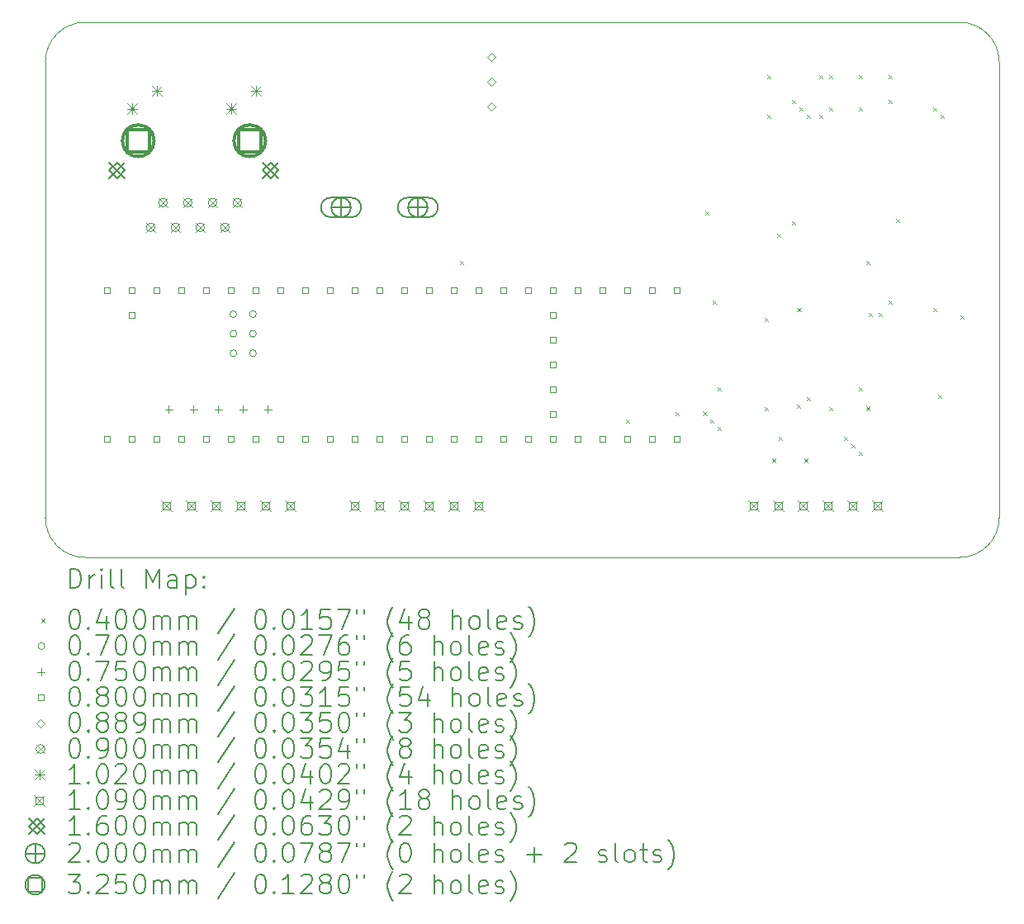
<source format=gbr>
%TF.GenerationSoftware,KiCad,Pcbnew,(6.0.7)*%
%TF.CreationDate,2023-04-22T03:47:46-05:00*%
%TF.ProjectId,Flouro_Breakout,466c6f75-726f-45f4-9272-65616b6f7574,rev?*%
%TF.SameCoordinates,Original*%
%TF.FileFunction,Drillmap*%
%TF.FilePolarity,Positive*%
%FSLAX45Y45*%
G04 Gerber Fmt 4.5, Leading zero omitted, Abs format (unit mm)*
G04 Created by KiCad (PCBNEW (6.0.7)) date 2023-04-22 03:47:46*
%MOMM*%
%LPD*%
G01*
G04 APERTURE LIST*
%ADD10C,0.100000*%
%ADD11C,0.200000*%
%ADD12C,0.040000*%
%ADD13C,0.070000*%
%ADD14C,0.075000*%
%ADD15C,0.080000*%
%ADD16C,0.088900*%
%ADD17C,0.090000*%
%ADD18C,0.102000*%
%ADD19C,0.109000*%
%ADD20C,0.160000*%
%ADD21C,0.325000*%
G04 APERTURE END LIST*
D10*
X20574000Y-5181600D02*
G75*
G03*
X20167600Y-4775200I-406400J0D01*
G01*
X11201400Y-4775200D02*
G75*
G03*
X10795000Y-5181600I0J-406400D01*
G01*
X20167600Y-10261600D02*
G75*
G03*
X20574000Y-9855200I0J406400D01*
G01*
X10795000Y-9855200D02*
G75*
G03*
X11201400Y-10261600I406400J0D01*
G01*
X20167600Y-4775200D02*
X11201400Y-4775200D01*
X11201400Y-10261600D02*
X20167600Y-10261600D01*
X20574000Y-9855200D02*
X20574000Y-5181600D01*
X10795000Y-5181600D02*
X10795000Y-9855200D01*
D11*
D12*
X15042200Y-7219000D02*
X15082200Y-7259000D01*
X15082200Y-7219000D02*
X15042200Y-7259000D01*
X16744000Y-8844600D02*
X16784000Y-8884600D01*
X16784000Y-8844600D02*
X16744000Y-8884600D01*
X17252000Y-8768400D02*
X17292000Y-8808400D01*
X17292000Y-8768400D02*
X17252000Y-8808400D01*
X17535150Y-8761436D02*
X17575150Y-8801436D01*
X17575150Y-8761436D02*
X17535150Y-8801436D01*
X17556800Y-6711000D02*
X17596800Y-6751000D01*
X17596800Y-6711000D02*
X17556800Y-6751000D01*
X17607600Y-8844600D02*
X17647600Y-8884600D01*
X17647600Y-8844600D02*
X17607600Y-8884600D01*
X17633000Y-7625400D02*
X17673000Y-7665400D01*
X17673000Y-7625400D02*
X17633000Y-7665400D01*
X17683800Y-8514400D02*
X17723800Y-8554400D01*
X17723800Y-8514400D02*
X17683800Y-8554400D01*
X17683800Y-8920800D02*
X17723800Y-8960800D01*
X17723800Y-8920800D02*
X17683800Y-8960800D01*
X18166400Y-7803200D02*
X18206400Y-7843200D01*
X18206400Y-7803200D02*
X18166400Y-7843200D01*
X18166400Y-8717600D02*
X18206400Y-8757600D01*
X18206400Y-8717600D02*
X18166400Y-8757600D01*
X18191800Y-5314000D02*
X18231800Y-5354000D01*
X18231800Y-5314000D02*
X18191800Y-5354000D01*
X18191800Y-5720400D02*
X18231800Y-5760400D01*
X18231800Y-5720400D02*
X18191800Y-5760400D01*
X18242600Y-9247450D02*
X18282600Y-9287450D01*
X18282600Y-9247450D02*
X18242600Y-9287450D01*
X18293400Y-6939600D02*
X18333400Y-6979600D01*
X18333400Y-6939600D02*
X18293400Y-6979600D01*
X18311350Y-9022400D02*
X18351350Y-9062400D01*
X18351350Y-9022400D02*
X18311350Y-9062400D01*
X18445800Y-5568000D02*
X18485800Y-5608000D01*
X18485800Y-5568000D02*
X18445800Y-5608000D01*
X18445800Y-6812600D02*
X18485800Y-6852600D01*
X18485800Y-6812600D02*
X18445800Y-6852600D01*
X18496600Y-8692200D02*
X18536600Y-8732200D01*
X18536600Y-8692200D02*
X18496600Y-8732200D01*
X18500350Y-7701600D02*
X18540350Y-7741600D01*
X18540350Y-7701600D02*
X18500350Y-7741600D01*
X18522000Y-5644200D02*
X18562000Y-5684200D01*
X18562000Y-5644200D02*
X18522000Y-5684200D01*
X18572800Y-9247450D02*
X18612800Y-9287450D01*
X18612800Y-9247450D02*
X18572800Y-9287450D01*
X18598200Y-5720400D02*
X18638200Y-5760400D01*
X18638200Y-5720400D02*
X18598200Y-5760400D01*
X18598200Y-8616000D02*
X18638200Y-8656000D01*
X18638200Y-8616000D02*
X18598200Y-8656000D01*
X18725200Y-5314000D02*
X18765200Y-5354000D01*
X18765200Y-5314000D02*
X18725200Y-5354000D01*
X18725200Y-5720400D02*
X18765200Y-5760400D01*
X18765200Y-5720400D02*
X18725200Y-5760400D01*
X18826800Y-5314000D02*
X18866800Y-5354000D01*
X18866800Y-5314000D02*
X18826800Y-5354000D01*
X18826800Y-5644200D02*
X18866800Y-5684200D01*
X18866800Y-5644200D02*
X18826800Y-5684200D01*
X18826800Y-8717600D02*
X18866800Y-8757600D01*
X18866800Y-8717600D02*
X18826800Y-8757600D01*
X18979200Y-9022400D02*
X19019200Y-9062400D01*
X19019200Y-9022400D02*
X18979200Y-9062400D01*
X19055400Y-9098600D02*
X19095400Y-9138600D01*
X19095400Y-9098600D02*
X19055400Y-9138600D01*
X19131600Y-5314000D02*
X19171600Y-5354000D01*
X19171600Y-5314000D02*
X19131600Y-5354000D01*
X19131600Y-5644200D02*
X19171600Y-5684200D01*
X19171600Y-5644200D02*
X19131600Y-5684200D01*
X19131600Y-8514400D02*
X19171600Y-8554400D01*
X19171600Y-8514400D02*
X19131600Y-8554400D01*
X19131600Y-9174800D02*
X19171600Y-9214800D01*
X19171600Y-9174800D02*
X19131600Y-9214800D01*
X19207800Y-7219000D02*
X19247800Y-7259000D01*
X19247800Y-7219000D02*
X19207800Y-7259000D01*
X19207800Y-8714050D02*
X19247800Y-8754050D01*
X19247800Y-8714050D02*
X19207800Y-8754050D01*
X19233200Y-7752400D02*
X19273200Y-7792400D01*
X19273200Y-7752400D02*
X19233200Y-7792400D01*
X19334800Y-7752400D02*
X19374800Y-7792400D01*
X19374800Y-7752400D02*
X19334800Y-7792400D01*
X19436400Y-5314000D02*
X19476400Y-5354000D01*
X19476400Y-5314000D02*
X19436400Y-5354000D01*
X19436400Y-5568000D02*
X19476400Y-5608000D01*
X19476400Y-5568000D02*
X19436400Y-5608000D01*
X19436400Y-7625400D02*
X19476400Y-7665400D01*
X19476400Y-7625400D02*
X19436400Y-7665400D01*
X19512600Y-6787200D02*
X19552600Y-6827200D01*
X19552600Y-6787200D02*
X19512600Y-6827200D01*
X19893600Y-5644200D02*
X19933600Y-5684200D01*
X19933600Y-5644200D02*
X19893600Y-5684200D01*
X19893600Y-7701600D02*
X19933600Y-7741600D01*
X19933600Y-7701600D02*
X19893600Y-7741600D01*
X19944400Y-8590600D02*
X19984400Y-8630600D01*
X19984400Y-8590600D02*
X19944400Y-8630600D01*
X19969800Y-5720400D02*
X20009800Y-5760400D01*
X20009800Y-5720400D02*
X19969800Y-5760400D01*
X20173000Y-7777800D02*
X20213000Y-7817800D01*
X20213000Y-7777800D02*
X20173000Y-7817800D01*
D13*
X12758200Y-7768100D02*
G75*
G03*
X12758200Y-7768100I-35000J0D01*
G01*
X12758200Y-7968100D02*
G75*
G03*
X12758200Y-7968100I-35000J0D01*
G01*
X12758200Y-8168100D02*
G75*
G03*
X12758200Y-8168100I-35000J0D01*
G01*
X12958200Y-7768100D02*
G75*
G03*
X12958200Y-7768100I-35000J0D01*
G01*
X12958200Y-7968100D02*
G75*
G03*
X12958200Y-7968100I-35000J0D01*
G01*
X12958200Y-8168100D02*
G75*
G03*
X12958200Y-8168100I-35000J0D01*
G01*
D14*
X12061200Y-8704600D02*
X12061200Y-8779600D01*
X12023700Y-8742100D02*
X12098700Y-8742100D01*
X12315200Y-8704600D02*
X12315200Y-8779600D01*
X12277700Y-8742100D02*
X12352700Y-8742100D01*
X12569200Y-8704600D02*
X12569200Y-8779600D01*
X12531700Y-8742100D02*
X12606700Y-8742100D01*
X12823200Y-8704600D02*
X12823200Y-8779600D01*
X12785700Y-8742100D02*
X12860700Y-8742100D01*
X13077200Y-8704600D02*
X13077200Y-8779600D01*
X13039700Y-8742100D02*
X13114700Y-8742100D01*
D15*
X11454484Y-7551384D02*
X11454484Y-7494815D01*
X11397915Y-7494815D01*
X11397915Y-7551384D01*
X11454484Y-7551384D01*
X11454484Y-9075385D02*
X11454484Y-9018816D01*
X11397915Y-9018816D01*
X11397915Y-9075385D01*
X11454484Y-9075385D01*
X11708484Y-7551384D02*
X11708484Y-7494815D01*
X11651915Y-7494815D01*
X11651915Y-7551384D01*
X11708484Y-7551384D01*
X11708484Y-7805384D02*
X11708484Y-7748815D01*
X11651915Y-7748815D01*
X11651915Y-7805384D01*
X11708484Y-7805384D01*
X11708484Y-9075385D02*
X11708484Y-9018816D01*
X11651915Y-9018816D01*
X11651915Y-9075385D01*
X11708484Y-9075385D01*
X11962484Y-7551384D02*
X11962484Y-7494815D01*
X11905915Y-7494815D01*
X11905915Y-7551384D01*
X11962484Y-7551384D01*
X11962484Y-9075385D02*
X11962484Y-9018816D01*
X11905915Y-9018816D01*
X11905915Y-9075385D01*
X11962484Y-9075385D01*
X12216484Y-7551384D02*
X12216484Y-7494815D01*
X12159915Y-7494815D01*
X12159915Y-7551384D01*
X12216484Y-7551384D01*
X12216484Y-9075385D02*
X12216484Y-9018816D01*
X12159915Y-9018816D01*
X12159915Y-9075385D01*
X12216484Y-9075385D01*
X12470484Y-7551384D02*
X12470484Y-7494815D01*
X12413915Y-7494815D01*
X12413915Y-7551384D01*
X12470484Y-7551384D01*
X12470484Y-9075385D02*
X12470484Y-9018816D01*
X12413915Y-9018816D01*
X12413915Y-9075385D01*
X12470484Y-9075385D01*
X12724484Y-7551384D02*
X12724484Y-7494815D01*
X12667915Y-7494815D01*
X12667915Y-7551384D01*
X12724484Y-7551384D01*
X12724484Y-9075385D02*
X12724484Y-9018816D01*
X12667915Y-9018816D01*
X12667915Y-9075385D01*
X12724484Y-9075385D01*
X12978484Y-7551384D02*
X12978484Y-7494815D01*
X12921915Y-7494815D01*
X12921915Y-7551384D01*
X12978484Y-7551384D01*
X12978484Y-9075385D02*
X12978484Y-9018816D01*
X12921915Y-9018816D01*
X12921915Y-9075385D01*
X12978484Y-9075385D01*
X13232484Y-7551384D02*
X13232484Y-7494815D01*
X13175915Y-7494815D01*
X13175915Y-7551384D01*
X13232484Y-7551384D01*
X13232484Y-9075385D02*
X13232484Y-9018816D01*
X13175915Y-9018816D01*
X13175915Y-9075385D01*
X13232484Y-9075385D01*
X13486484Y-7551384D02*
X13486484Y-7494815D01*
X13429915Y-7494815D01*
X13429915Y-7551384D01*
X13486484Y-7551384D01*
X13486484Y-9075385D02*
X13486484Y-9018816D01*
X13429915Y-9018816D01*
X13429915Y-9075385D01*
X13486484Y-9075385D01*
X13740484Y-7551384D02*
X13740484Y-7494815D01*
X13683915Y-7494815D01*
X13683915Y-7551384D01*
X13740484Y-7551384D01*
X13740484Y-9075385D02*
X13740484Y-9018816D01*
X13683915Y-9018816D01*
X13683915Y-9075385D01*
X13740484Y-9075385D01*
X13994484Y-7551384D02*
X13994484Y-7494815D01*
X13937915Y-7494815D01*
X13937915Y-7551384D01*
X13994484Y-7551384D01*
X13994484Y-9075385D02*
X13994484Y-9018816D01*
X13937915Y-9018816D01*
X13937915Y-9075385D01*
X13994484Y-9075385D01*
X14248484Y-7551384D02*
X14248484Y-7494815D01*
X14191915Y-7494815D01*
X14191915Y-7551384D01*
X14248484Y-7551384D01*
X14248484Y-9075385D02*
X14248484Y-9018816D01*
X14191915Y-9018816D01*
X14191915Y-9075385D01*
X14248484Y-9075385D01*
X14502484Y-7551384D02*
X14502484Y-7494815D01*
X14445915Y-7494815D01*
X14445915Y-7551384D01*
X14502484Y-7551384D01*
X14502484Y-9075385D02*
X14502484Y-9018816D01*
X14445915Y-9018816D01*
X14445915Y-9075385D01*
X14502484Y-9075385D01*
X14756484Y-7551384D02*
X14756484Y-7494815D01*
X14699915Y-7494815D01*
X14699915Y-7551384D01*
X14756484Y-7551384D01*
X14756484Y-9075385D02*
X14756484Y-9018816D01*
X14699915Y-9018816D01*
X14699915Y-9075385D01*
X14756484Y-9075385D01*
X15010484Y-7551384D02*
X15010484Y-7494815D01*
X14953915Y-7494815D01*
X14953915Y-7551384D01*
X15010484Y-7551384D01*
X15010484Y-9075385D02*
X15010484Y-9018816D01*
X14953915Y-9018816D01*
X14953915Y-9075385D01*
X15010484Y-9075385D01*
X15264484Y-7551384D02*
X15264484Y-7494815D01*
X15207915Y-7494815D01*
X15207915Y-7551384D01*
X15264484Y-7551384D01*
X15264484Y-9075385D02*
X15264484Y-9018816D01*
X15207915Y-9018816D01*
X15207915Y-9075385D01*
X15264484Y-9075385D01*
X15518484Y-7551384D02*
X15518484Y-7494815D01*
X15461915Y-7494815D01*
X15461915Y-7551384D01*
X15518484Y-7551384D01*
X15518484Y-9075385D02*
X15518484Y-9018816D01*
X15461915Y-9018816D01*
X15461915Y-9075385D01*
X15518484Y-9075385D01*
X15772484Y-7551384D02*
X15772484Y-7494815D01*
X15715915Y-7494815D01*
X15715915Y-7551384D01*
X15772484Y-7551384D01*
X15772484Y-9075385D02*
X15772484Y-9018816D01*
X15715915Y-9018816D01*
X15715915Y-9075385D01*
X15772484Y-9075385D01*
X16026484Y-7551384D02*
X16026484Y-7494815D01*
X15969915Y-7494815D01*
X15969915Y-7551384D01*
X16026484Y-7551384D01*
X16026484Y-7805384D02*
X16026484Y-7748815D01*
X15969915Y-7748815D01*
X15969915Y-7805384D01*
X16026484Y-7805384D01*
X16026484Y-8059384D02*
X16026484Y-8002815D01*
X15969915Y-8002815D01*
X15969915Y-8059384D01*
X16026484Y-8059384D01*
X16026484Y-8313384D02*
X16026484Y-8256815D01*
X15969915Y-8256815D01*
X15969915Y-8313384D01*
X16026484Y-8313384D01*
X16026484Y-8567385D02*
X16026484Y-8510816D01*
X15969915Y-8510816D01*
X15969915Y-8567385D01*
X16026484Y-8567385D01*
X16026484Y-8821385D02*
X16026484Y-8764816D01*
X15969915Y-8764816D01*
X15969915Y-8821385D01*
X16026484Y-8821385D01*
X16026484Y-9075385D02*
X16026484Y-9018816D01*
X15969915Y-9018816D01*
X15969915Y-9075385D01*
X16026484Y-9075385D01*
X16280484Y-7551384D02*
X16280484Y-7494815D01*
X16223915Y-7494815D01*
X16223915Y-7551384D01*
X16280484Y-7551384D01*
X16280484Y-9075385D02*
X16280484Y-9018816D01*
X16223915Y-9018816D01*
X16223915Y-9075385D01*
X16280484Y-9075385D01*
X16534484Y-7551384D02*
X16534484Y-7494815D01*
X16477915Y-7494815D01*
X16477915Y-7551384D01*
X16534484Y-7551384D01*
X16534484Y-9075385D02*
X16534484Y-9018816D01*
X16477915Y-9018816D01*
X16477915Y-9075385D01*
X16534484Y-9075385D01*
X16788485Y-7551384D02*
X16788485Y-7494815D01*
X16731915Y-7494815D01*
X16731915Y-7551384D01*
X16788485Y-7551384D01*
X16788485Y-9075385D02*
X16788485Y-9018816D01*
X16731915Y-9018816D01*
X16731915Y-9075385D01*
X16788485Y-9075385D01*
X17042485Y-7551384D02*
X17042485Y-7494815D01*
X16985916Y-7494815D01*
X16985916Y-7551384D01*
X17042485Y-7551384D01*
X17042485Y-9075385D02*
X17042485Y-9018816D01*
X16985916Y-9018816D01*
X16985916Y-9075385D01*
X17042485Y-9075385D01*
X17296485Y-7551384D02*
X17296485Y-7494815D01*
X17239916Y-7494815D01*
X17239916Y-7551384D01*
X17296485Y-7551384D01*
X17296485Y-9075385D02*
X17296485Y-9018816D01*
X17239916Y-9018816D01*
X17239916Y-9075385D01*
X17296485Y-9075385D01*
D16*
X15367000Y-5175250D02*
X15411450Y-5130800D01*
X15367000Y-5086350D01*
X15322550Y-5130800D01*
X15367000Y-5175250D01*
X15367000Y-5429250D02*
X15411450Y-5384800D01*
X15367000Y-5340350D01*
X15322550Y-5384800D01*
X15367000Y-5429250D01*
X15367000Y-5683250D02*
X15411450Y-5638800D01*
X15367000Y-5594350D01*
X15322550Y-5638800D01*
X15367000Y-5683250D01*
D17*
X11829500Y-6833250D02*
X11919500Y-6923250D01*
X11919500Y-6833250D02*
X11829500Y-6923250D01*
X11919500Y-6878250D02*
G75*
G03*
X11919500Y-6878250I-45000J0D01*
G01*
X11956500Y-6579250D02*
X12046500Y-6669250D01*
X12046500Y-6579250D02*
X11956500Y-6669250D01*
X12046500Y-6624250D02*
G75*
G03*
X12046500Y-6624250I-45000J0D01*
G01*
X12083500Y-6833250D02*
X12173500Y-6923250D01*
X12173500Y-6833250D02*
X12083500Y-6923250D01*
X12173500Y-6878250D02*
G75*
G03*
X12173500Y-6878250I-45000J0D01*
G01*
X12210500Y-6579250D02*
X12300500Y-6669250D01*
X12300500Y-6579250D02*
X12210500Y-6669250D01*
X12300500Y-6624250D02*
G75*
G03*
X12300500Y-6624250I-45000J0D01*
G01*
X12337500Y-6833250D02*
X12427500Y-6923250D01*
X12427500Y-6833250D02*
X12337500Y-6923250D01*
X12427500Y-6878250D02*
G75*
G03*
X12427500Y-6878250I-45000J0D01*
G01*
X12464500Y-6579250D02*
X12554500Y-6669250D01*
X12554500Y-6579250D02*
X12464500Y-6669250D01*
X12554500Y-6624250D02*
G75*
G03*
X12554500Y-6624250I-45000J0D01*
G01*
X12591500Y-6833250D02*
X12681500Y-6923250D01*
X12681500Y-6833250D02*
X12591500Y-6923250D01*
X12681500Y-6878250D02*
G75*
G03*
X12681500Y-6878250I-45000J0D01*
G01*
X12718500Y-6579250D02*
X12808500Y-6669250D01*
X12808500Y-6579250D02*
X12718500Y-6669250D01*
X12808500Y-6624250D02*
G75*
G03*
X12808500Y-6624250I-45000J0D01*
G01*
D18*
X11635500Y-5609250D02*
X11737500Y-5711250D01*
X11737500Y-5609250D02*
X11635500Y-5711250D01*
X11686500Y-5609250D02*
X11686500Y-5711250D01*
X11635500Y-5660250D02*
X11737500Y-5660250D01*
X11889500Y-5430250D02*
X11991500Y-5532250D01*
X11991500Y-5430250D02*
X11889500Y-5532250D01*
X11940500Y-5430250D02*
X11940500Y-5532250D01*
X11889500Y-5481250D02*
X11991500Y-5481250D01*
X12646500Y-5609250D02*
X12748500Y-5711250D01*
X12748500Y-5609250D02*
X12646500Y-5711250D01*
X12697500Y-5609250D02*
X12697500Y-5711250D01*
X12646500Y-5660250D02*
X12748500Y-5660250D01*
X12900500Y-5430250D02*
X13002500Y-5532250D01*
X13002500Y-5430250D02*
X12900500Y-5532250D01*
X12951500Y-5430250D02*
X12951500Y-5532250D01*
X12900500Y-5481250D02*
X13002500Y-5481250D01*
D19*
X11985100Y-9674900D02*
X12094100Y-9783900D01*
X12094100Y-9674900D02*
X11985100Y-9783900D01*
X12078138Y-9767938D02*
X12078138Y-9690862D01*
X12001062Y-9690862D01*
X12001062Y-9767938D01*
X12078138Y-9767938D01*
X12239100Y-9674900D02*
X12348100Y-9783900D01*
X12348100Y-9674900D02*
X12239100Y-9783900D01*
X12332138Y-9767938D02*
X12332138Y-9690862D01*
X12255062Y-9690862D01*
X12255062Y-9767938D01*
X12332138Y-9767938D01*
X12493100Y-9674900D02*
X12602100Y-9783900D01*
X12602100Y-9674900D02*
X12493100Y-9783900D01*
X12586138Y-9767938D02*
X12586138Y-9690862D01*
X12509062Y-9690862D01*
X12509062Y-9767938D01*
X12586138Y-9767938D01*
X12747100Y-9674900D02*
X12856100Y-9783900D01*
X12856100Y-9674900D02*
X12747100Y-9783900D01*
X12840138Y-9767938D02*
X12840138Y-9690862D01*
X12763062Y-9690862D01*
X12763062Y-9767938D01*
X12840138Y-9767938D01*
X13001100Y-9674900D02*
X13110100Y-9783900D01*
X13110100Y-9674900D02*
X13001100Y-9783900D01*
X13094138Y-9767938D02*
X13094138Y-9690862D01*
X13017062Y-9690862D01*
X13017062Y-9767938D01*
X13094138Y-9767938D01*
X13255100Y-9674900D02*
X13364100Y-9783900D01*
X13364100Y-9674900D02*
X13255100Y-9783900D01*
X13348138Y-9767938D02*
X13348138Y-9690862D01*
X13271062Y-9690862D01*
X13271062Y-9767938D01*
X13348138Y-9767938D01*
X13915500Y-9674900D02*
X14024500Y-9783900D01*
X14024500Y-9674900D02*
X13915500Y-9783900D01*
X14008538Y-9767938D02*
X14008538Y-9690862D01*
X13931462Y-9690862D01*
X13931462Y-9767938D01*
X14008538Y-9767938D01*
X14169500Y-9674900D02*
X14278500Y-9783900D01*
X14278500Y-9674900D02*
X14169500Y-9783900D01*
X14262538Y-9767938D02*
X14262538Y-9690862D01*
X14185462Y-9690862D01*
X14185462Y-9767938D01*
X14262538Y-9767938D01*
X14423500Y-9674900D02*
X14532500Y-9783900D01*
X14532500Y-9674900D02*
X14423500Y-9783900D01*
X14516538Y-9767938D02*
X14516538Y-9690862D01*
X14439462Y-9690862D01*
X14439462Y-9767938D01*
X14516538Y-9767938D01*
X14677500Y-9674900D02*
X14786500Y-9783900D01*
X14786500Y-9674900D02*
X14677500Y-9783900D01*
X14770538Y-9767938D02*
X14770538Y-9690862D01*
X14693462Y-9690862D01*
X14693462Y-9767938D01*
X14770538Y-9767938D01*
X14931500Y-9674900D02*
X15040500Y-9783900D01*
X15040500Y-9674900D02*
X14931500Y-9783900D01*
X15024538Y-9767938D02*
X15024538Y-9690862D01*
X14947462Y-9690862D01*
X14947462Y-9767938D01*
X15024538Y-9767938D01*
X15185500Y-9674900D02*
X15294500Y-9783900D01*
X15294500Y-9674900D02*
X15185500Y-9783900D01*
X15278538Y-9767938D02*
X15278538Y-9690862D01*
X15201462Y-9690862D01*
X15201462Y-9767938D01*
X15278538Y-9767938D01*
X18004900Y-9674900D02*
X18113900Y-9783900D01*
X18113900Y-9674900D02*
X18004900Y-9783900D01*
X18097938Y-9767938D02*
X18097938Y-9690862D01*
X18020862Y-9690862D01*
X18020862Y-9767938D01*
X18097938Y-9767938D01*
X18258900Y-9674900D02*
X18367900Y-9783900D01*
X18367900Y-9674900D02*
X18258900Y-9783900D01*
X18351938Y-9767938D02*
X18351938Y-9690862D01*
X18274862Y-9690862D01*
X18274862Y-9767938D01*
X18351938Y-9767938D01*
X18512900Y-9674900D02*
X18621900Y-9783900D01*
X18621900Y-9674900D02*
X18512900Y-9783900D01*
X18605938Y-9767938D02*
X18605938Y-9690862D01*
X18528862Y-9690862D01*
X18528862Y-9767938D01*
X18605938Y-9767938D01*
X18766900Y-9674900D02*
X18875900Y-9783900D01*
X18875900Y-9674900D02*
X18766900Y-9783900D01*
X18859938Y-9767938D02*
X18859938Y-9690862D01*
X18782862Y-9690862D01*
X18782862Y-9767938D01*
X18859938Y-9767938D01*
X19020900Y-9674900D02*
X19129900Y-9783900D01*
X19129900Y-9674900D02*
X19020900Y-9783900D01*
X19113938Y-9767938D02*
X19113938Y-9690862D01*
X19036862Y-9690862D01*
X19036862Y-9767938D01*
X19113938Y-9767938D01*
X19274900Y-9674900D02*
X19383900Y-9783900D01*
X19383900Y-9674900D02*
X19274900Y-9783900D01*
X19367938Y-9767938D02*
X19367938Y-9690862D01*
X19290862Y-9690862D01*
X19290862Y-9767938D01*
X19367938Y-9767938D01*
D20*
X11451500Y-6214250D02*
X11611500Y-6374250D01*
X11611500Y-6214250D02*
X11451500Y-6374250D01*
X11531500Y-6374250D02*
X11611500Y-6294250D01*
X11531500Y-6214250D01*
X11451500Y-6294250D01*
X11531500Y-6374250D01*
X13026500Y-6214250D02*
X13186500Y-6374250D01*
X13186500Y-6214250D02*
X13026500Y-6374250D01*
X13106500Y-6374250D02*
X13186500Y-6294250D01*
X13106500Y-6214250D01*
X13026500Y-6294250D01*
X13106500Y-6374250D01*
D11*
X13826500Y-6573720D02*
X13826500Y-6773720D01*
X13726500Y-6673720D02*
X13926500Y-6673720D01*
X13926500Y-6673720D02*
G75*
G03*
X13926500Y-6673720I-100000J0D01*
G01*
X13931500Y-6573720D02*
X13721500Y-6573720D01*
X13931500Y-6773720D02*
X13721500Y-6773720D01*
X13721500Y-6573720D02*
G75*
G03*
X13721500Y-6773720I0J-100000D01*
G01*
X13931500Y-6773720D02*
G75*
G03*
X13931500Y-6573720I0J100000D01*
G01*
X14613900Y-6573720D02*
X14613900Y-6773720D01*
X14513900Y-6673720D02*
X14713900Y-6673720D01*
X14713900Y-6673720D02*
G75*
G03*
X14713900Y-6673720I-100000J0D01*
G01*
X14718900Y-6573720D02*
X14508900Y-6573720D01*
X14718900Y-6773720D02*
X14508900Y-6773720D01*
X14508900Y-6573720D02*
G75*
G03*
X14508900Y-6773720I0J-100000D01*
G01*
X14718900Y-6773720D02*
G75*
G03*
X14718900Y-6573720I0J100000D01*
G01*
D21*
X11862406Y-6104156D02*
X11862406Y-5874344D01*
X11632594Y-5874344D01*
X11632594Y-6104156D01*
X11862406Y-6104156D01*
X11910000Y-5989250D02*
G75*
G03*
X11910000Y-5989250I-162500J0D01*
G01*
X13005406Y-6104156D02*
X13005406Y-5874344D01*
X12775594Y-5874344D01*
X12775594Y-6104156D01*
X13005406Y-6104156D01*
X13053000Y-5989250D02*
G75*
G03*
X13053000Y-5989250I-162500J0D01*
G01*
D11*
X11047619Y-10577076D02*
X11047619Y-10377076D01*
X11095238Y-10377076D01*
X11123810Y-10386600D01*
X11142857Y-10405648D01*
X11152381Y-10424695D01*
X11161905Y-10462790D01*
X11161905Y-10491362D01*
X11152381Y-10529457D01*
X11142857Y-10548505D01*
X11123810Y-10567552D01*
X11095238Y-10577076D01*
X11047619Y-10577076D01*
X11247619Y-10577076D02*
X11247619Y-10443743D01*
X11247619Y-10481838D02*
X11257143Y-10462790D01*
X11266667Y-10453267D01*
X11285714Y-10443743D01*
X11304762Y-10443743D01*
X11371428Y-10577076D02*
X11371428Y-10443743D01*
X11371428Y-10377076D02*
X11361905Y-10386600D01*
X11371428Y-10396124D01*
X11380952Y-10386600D01*
X11371428Y-10377076D01*
X11371428Y-10396124D01*
X11495238Y-10577076D02*
X11476190Y-10567552D01*
X11466667Y-10548505D01*
X11466667Y-10377076D01*
X11600000Y-10577076D02*
X11580952Y-10567552D01*
X11571428Y-10548505D01*
X11571428Y-10377076D01*
X11828571Y-10577076D02*
X11828571Y-10377076D01*
X11895238Y-10519933D01*
X11961905Y-10377076D01*
X11961905Y-10577076D01*
X12142857Y-10577076D02*
X12142857Y-10472314D01*
X12133333Y-10453267D01*
X12114286Y-10443743D01*
X12076190Y-10443743D01*
X12057143Y-10453267D01*
X12142857Y-10567552D02*
X12123809Y-10577076D01*
X12076190Y-10577076D01*
X12057143Y-10567552D01*
X12047619Y-10548505D01*
X12047619Y-10529457D01*
X12057143Y-10510410D01*
X12076190Y-10500886D01*
X12123809Y-10500886D01*
X12142857Y-10491362D01*
X12238095Y-10443743D02*
X12238095Y-10643743D01*
X12238095Y-10453267D02*
X12257143Y-10443743D01*
X12295238Y-10443743D01*
X12314286Y-10453267D01*
X12323809Y-10462790D01*
X12333333Y-10481838D01*
X12333333Y-10538981D01*
X12323809Y-10558029D01*
X12314286Y-10567552D01*
X12295238Y-10577076D01*
X12257143Y-10577076D01*
X12238095Y-10567552D01*
X12419048Y-10558029D02*
X12428571Y-10567552D01*
X12419048Y-10577076D01*
X12409524Y-10567552D01*
X12419048Y-10558029D01*
X12419048Y-10577076D01*
X12419048Y-10453267D02*
X12428571Y-10462790D01*
X12419048Y-10472314D01*
X12409524Y-10462790D01*
X12419048Y-10453267D01*
X12419048Y-10472314D01*
D12*
X10750000Y-10886600D02*
X10790000Y-10926600D01*
X10790000Y-10886600D02*
X10750000Y-10926600D01*
D11*
X11085714Y-10797076D02*
X11104762Y-10797076D01*
X11123810Y-10806600D01*
X11133333Y-10816124D01*
X11142857Y-10835171D01*
X11152381Y-10873267D01*
X11152381Y-10920886D01*
X11142857Y-10958981D01*
X11133333Y-10978029D01*
X11123810Y-10987552D01*
X11104762Y-10997076D01*
X11085714Y-10997076D01*
X11066667Y-10987552D01*
X11057143Y-10978029D01*
X11047619Y-10958981D01*
X11038095Y-10920886D01*
X11038095Y-10873267D01*
X11047619Y-10835171D01*
X11057143Y-10816124D01*
X11066667Y-10806600D01*
X11085714Y-10797076D01*
X11238095Y-10978029D02*
X11247619Y-10987552D01*
X11238095Y-10997076D01*
X11228571Y-10987552D01*
X11238095Y-10978029D01*
X11238095Y-10997076D01*
X11419048Y-10863743D02*
X11419048Y-10997076D01*
X11371428Y-10787552D02*
X11323809Y-10930410D01*
X11447619Y-10930410D01*
X11561905Y-10797076D02*
X11580952Y-10797076D01*
X11600000Y-10806600D01*
X11609524Y-10816124D01*
X11619048Y-10835171D01*
X11628571Y-10873267D01*
X11628571Y-10920886D01*
X11619048Y-10958981D01*
X11609524Y-10978029D01*
X11600000Y-10987552D01*
X11580952Y-10997076D01*
X11561905Y-10997076D01*
X11542857Y-10987552D01*
X11533333Y-10978029D01*
X11523809Y-10958981D01*
X11514286Y-10920886D01*
X11514286Y-10873267D01*
X11523809Y-10835171D01*
X11533333Y-10816124D01*
X11542857Y-10806600D01*
X11561905Y-10797076D01*
X11752381Y-10797076D02*
X11771428Y-10797076D01*
X11790476Y-10806600D01*
X11800000Y-10816124D01*
X11809524Y-10835171D01*
X11819048Y-10873267D01*
X11819048Y-10920886D01*
X11809524Y-10958981D01*
X11800000Y-10978029D01*
X11790476Y-10987552D01*
X11771428Y-10997076D01*
X11752381Y-10997076D01*
X11733333Y-10987552D01*
X11723809Y-10978029D01*
X11714286Y-10958981D01*
X11704762Y-10920886D01*
X11704762Y-10873267D01*
X11714286Y-10835171D01*
X11723809Y-10816124D01*
X11733333Y-10806600D01*
X11752381Y-10797076D01*
X11904762Y-10997076D02*
X11904762Y-10863743D01*
X11904762Y-10882790D02*
X11914286Y-10873267D01*
X11933333Y-10863743D01*
X11961905Y-10863743D01*
X11980952Y-10873267D01*
X11990476Y-10892314D01*
X11990476Y-10997076D01*
X11990476Y-10892314D02*
X12000000Y-10873267D01*
X12019048Y-10863743D01*
X12047619Y-10863743D01*
X12066667Y-10873267D01*
X12076190Y-10892314D01*
X12076190Y-10997076D01*
X12171428Y-10997076D02*
X12171428Y-10863743D01*
X12171428Y-10882790D02*
X12180952Y-10873267D01*
X12200000Y-10863743D01*
X12228571Y-10863743D01*
X12247619Y-10873267D01*
X12257143Y-10892314D01*
X12257143Y-10997076D01*
X12257143Y-10892314D02*
X12266667Y-10873267D01*
X12285714Y-10863743D01*
X12314286Y-10863743D01*
X12333333Y-10873267D01*
X12342857Y-10892314D01*
X12342857Y-10997076D01*
X12733333Y-10787552D02*
X12561905Y-11044695D01*
X12990476Y-10797076D02*
X13009524Y-10797076D01*
X13028571Y-10806600D01*
X13038095Y-10816124D01*
X13047619Y-10835171D01*
X13057143Y-10873267D01*
X13057143Y-10920886D01*
X13047619Y-10958981D01*
X13038095Y-10978029D01*
X13028571Y-10987552D01*
X13009524Y-10997076D01*
X12990476Y-10997076D01*
X12971428Y-10987552D01*
X12961905Y-10978029D01*
X12952381Y-10958981D01*
X12942857Y-10920886D01*
X12942857Y-10873267D01*
X12952381Y-10835171D01*
X12961905Y-10816124D01*
X12971428Y-10806600D01*
X12990476Y-10797076D01*
X13142857Y-10978029D02*
X13152381Y-10987552D01*
X13142857Y-10997076D01*
X13133333Y-10987552D01*
X13142857Y-10978029D01*
X13142857Y-10997076D01*
X13276190Y-10797076D02*
X13295238Y-10797076D01*
X13314286Y-10806600D01*
X13323809Y-10816124D01*
X13333333Y-10835171D01*
X13342857Y-10873267D01*
X13342857Y-10920886D01*
X13333333Y-10958981D01*
X13323809Y-10978029D01*
X13314286Y-10987552D01*
X13295238Y-10997076D01*
X13276190Y-10997076D01*
X13257143Y-10987552D01*
X13247619Y-10978029D01*
X13238095Y-10958981D01*
X13228571Y-10920886D01*
X13228571Y-10873267D01*
X13238095Y-10835171D01*
X13247619Y-10816124D01*
X13257143Y-10806600D01*
X13276190Y-10797076D01*
X13533333Y-10997076D02*
X13419048Y-10997076D01*
X13476190Y-10997076D02*
X13476190Y-10797076D01*
X13457143Y-10825648D01*
X13438095Y-10844695D01*
X13419048Y-10854219D01*
X13714286Y-10797076D02*
X13619048Y-10797076D01*
X13609524Y-10892314D01*
X13619048Y-10882790D01*
X13638095Y-10873267D01*
X13685714Y-10873267D01*
X13704762Y-10882790D01*
X13714286Y-10892314D01*
X13723809Y-10911362D01*
X13723809Y-10958981D01*
X13714286Y-10978029D01*
X13704762Y-10987552D01*
X13685714Y-10997076D01*
X13638095Y-10997076D01*
X13619048Y-10987552D01*
X13609524Y-10978029D01*
X13790476Y-10797076D02*
X13923809Y-10797076D01*
X13838095Y-10997076D01*
X13990476Y-10797076D02*
X13990476Y-10835171D01*
X14066667Y-10797076D02*
X14066667Y-10835171D01*
X14361905Y-11073267D02*
X14352381Y-11063743D01*
X14333333Y-11035171D01*
X14323809Y-11016124D01*
X14314286Y-10987552D01*
X14304762Y-10939933D01*
X14304762Y-10901838D01*
X14314286Y-10854219D01*
X14323809Y-10825648D01*
X14333333Y-10806600D01*
X14352381Y-10778029D01*
X14361905Y-10768505D01*
X14523809Y-10863743D02*
X14523809Y-10997076D01*
X14476190Y-10787552D02*
X14428571Y-10930410D01*
X14552381Y-10930410D01*
X14657143Y-10882790D02*
X14638095Y-10873267D01*
X14628571Y-10863743D01*
X14619048Y-10844695D01*
X14619048Y-10835171D01*
X14628571Y-10816124D01*
X14638095Y-10806600D01*
X14657143Y-10797076D01*
X14695238Y-10797076D01*
X14714286Y-10806600D01*
X14723809Y-10816124D01*
X14733333Y-10835171D01*
X14733333Y-10844695D01*
X14723809Y-10863743D01*
X14714286Y-10873267D01*
X14695238Y-10882790D01*
X14657143Y-10882790D01*
X14638095Y-10892314D01*
X14628571Y-10901838D01*
X14619048Y-10920886D01*
X14619048Y-10958981D01*
X14628571Y-10978029D01*
X14638095Y-10987552D01*
X14657143Y-10997076D01*
X14695238Y-10997076D01*
X14714286Y-10987552D01*
X14723809Y-10978029D01*
X14733333Y-10958981D01*
X14733333Y-10920886D01*
X14723809Y-10901838D01*
X14714286Y-10892314D01*
X14695238Y-10882790D01*
X14971428Y-10997076D02*
X14971428Y-10797076D01*
X15057143Y-10997076D02*
X15057143Y-10892314D01*
X15047619Y-10873267D01*
X15028571Y-10863743D01*
X15000000Y-10863743D01*
X14980952Y-10873267D01*
X14971428Y-10882790D01*
X15180952Y-10997076D02*
X15161905Y-10987552D01*
X15152381Y-10978029D01*
X15142857Y-10958981D01*
X15142857Y-10901838D01*
X15152381Y-10882790D01*
X15161905Y-10873267D01*
X15180952Y-10863743D01*
X15209524Y-10863743D01*
X15228571Y-10873267D01*
X15238095Y-10882790D01*
X15247619Y-10901838D01*
X15247619Y-10958981D01*
X15238095Y-10978029D01*
X15228571Y-10987552D01*
X15209524Y-10997076D01*
X15180952Y-10997076D01*
X15361905Y-10997076D02*
X15342857Y-10987552D01*
X15333333Y-10968505D01*
X15333333Y-10797076D01*
X15514286Y-10987552D02*
X15495238Y-10997076D01*
X15457143Y-10997076D01*
X15438095Y-10987552D01*
X15428571Y-10968505D01*
X15428571Y-10892314D01*
X15438095Y-10873267D01*
X15457143Y-10863743D01*
X15495238Y-10863743D01*
X15514286Y-10873267D01*
X15523809Y-10892314D01*
X15523809Y-10911362D01*
X15428571Y-10930410D01*
X15600000Y-10987552D02*
X15619048Y-10997076D01*
X15657143Y-10997076D01*
X15676190Y-10987552D01*
X15685714Y-10968505D01*
X15685714Y-10958981D01*
X15676190Y-10939933D01*
X15657143Y-10930410D01*
X15628571Y-10930410D01*
X15609524Y-10920886D01*
X15600000Y-10901838D01*
X15600000Y-10892314D01*
X15609524Y-10873267D01*
X15628571Y-10863743D01*
X15657143Y-10863743D01*
X15676190Y-10873267D01*
X15752381Y-11073267D02*
X15761905Y-11063743D01*
X15780952Y-11035171D01*
X15790476Y-11016124D01*
X15800000Y-10987552D01*
X15809524Y-10939933D01*
X15809524Y-10901838D01*
X15800000Y-10854219D01*
X15790476Y-10825648D01*
X15780952Y-10806600D01*
X15761905Y-10778029D01*
X15752381Y-10768505D01*
D13*
X10790000Y-11170600D02*
G75*
G03*
X10790000Y-11170600I-35000J0D01*
G01*
D11*
X11085714Y-11061076D02*
X11104762Y-11061076D01*
X11123810Y-11070600D01*
X11133333Y-11080124D01*
X11142857Y-11099171D01*
X11152381Y-11137267D01*
X11152381Y-11184886D01*
X11142857Y-11222981D01*
X11133333Y-11242028D01*
X11123810Y-11251552D01*
X11104762Y-11261076D01*
X11085714Y-11261076D01*
X11066667Y-11251552D01*
X11057143Y-11242028D01*
X11047619Y-11222981D01*
X11038095Y-11184886D01*
X11038095Y-11137267D01*
X11047619Y-11099171D01*
X11057143Y-11080124D01*
X11066667Y-11070600D01*
X11085714Y-11061076D01*
X11238095Y-11242028D02*
X11247619Y-11251552D01*
X11238095Y-11261076D01*
X11228571Y-11251552D01*
X11238095Y-11242028D01*
X11238095Y-11261076D01*
X11314286Y-11061076D02*
X11447619Y-11061076D01*
X11361905Y-11261076D01*
X11561905Y-11061076D02*
X11580952Y-11061076D01*
X11600000Y-11070600D01*
X11609524Y-11080124D01*
X11619048Y-11099171D01*
X11628571Y-11137267D01*
X11628571Y-11184886D01*
X11619048Y-11222981D01*
X11609524Y-11242028D01*
X11600000Y-11251552D01*
X11580952Y-11261076D01*
X11561905Y-11261076D01*
X11542857Y-11251552D01*
X11533333Y-11242028D01*
X11523809Y-11222981D01*
X11514286Y-11184886D01*
X11514286Y-11137267D01*
X11523809Y-11099171D01*
X11533333Y-11080124D01*
X11542857Y-11070600D01*
X11561905Y-11061076D01*
X11752381Y-11061076D02*
X11771428Y-11061076D01*
X11790476Y-11070600D01*
X11800000Y-11080124D01*
X11809524Y-11099171D01*
X11819048Y-11137267D01*
X11819048Y-11184886D01*
X11809524Y-11222981D01*
X11800000Y-11242028D01*
X11790476Y-11251552D01*
X11771428Y-11261076D01*
X11752381Y-11261076D01*
X11733333Y-11251552D01*
X11723809Y-11242028D01*
X11714286Y-11222981D01*
X11704762Y-11184886D01*
X11704762Y-11137267D01*
X11714286Y-11099171D01*
X11723809Y-11080124D01*
X11733333Y-11070600D01*
X11752381Y-11061076D01*
X11904762Y-11261076D02*
X11904762Y-11127743D01*
X11904762Y-11146790D02*
X11914286Y-11137267D01*
X11933333Y-11127743D01*
X11961905Y-11127743D01*
X11980952Y-11137267D01*
X11990476Y-11156314D01*
X11990476Y-11261076D01*
X11990476Y-11156314D02*
X12000000Y-11137267D01*
X12019048Y-11127743D01*
X12047619Y-11127743D01*
X12066667Y-11137267D01*
X12076190Y-11156314D01*
X12076190Y-11261076D01*
X12171428Y-11261076D02*
X12171428Y-11127743D01*
X12171428Y-11146790D02*
X12180952Y-11137267D01*
X12200000Y-11127743D01*
X12228571Y-11127743D01*
X12247619Y-11137267D01*
X12257143Y-11156314D01*
X12257143Y-11261076D01*
X12257143Y-11156314D02*
X12266667Y-11137267D01*
X12285714Y-11127743D01*
X12314286Y-11127743D01*
X12333333Y-11137267D01*
X12342857Y-11156314D01*
X12342857Y-11261076D01*
X12733333Y-11051552D02*
X12561905Y-11308695D01*
X12990476Y-11061076D02*
X13009524Y-11061076D01*
X13028571Y-11070600D01*
X13038095Y-11080124D01*
X13047619Y-11099171D01*
X13057143Y-11137267D01*
X13057143Y-11184886D01*
X13047619Y-11222981D01*
X13038095Y-11242028D01*
X13028571Y-11251552D01*
X13009524Y-11261076D01*
X12990476Y-11261076D01*
X12971428Y-11251552D01*
X12961905Y-11242028D01*
X12952381Y-11222981D01*
X12942857Y-11184886D01*
X12942857Y-11137267D01*
X12952381Y-11099171D01*
X12961905Y-11080124D01*
X12971428Y-11070600D01*
X12990476Y-11061076D01*
X13142857Y-11242028D02*
X13152381Y-11251552D01*
X13142857Y-11261076D01*
X13133333Y-11251552D01*
X13142857Y-11242028D01*
X13142857Y-11261076D01*
X13276190Y-11061076D02*
X13295238Y-11061076D01*
X13314286Y-11070600D01*
X13323809Y-11080124D01*
X13333333Y-11099171D01*
X13342857Y-11137267D01*
X13342857Y-11184886D01*
X13333333Y-11222981D01*
X13323809Y-11242028D01*
X13314286Y-11251552D01*
X13295238Y-11261076D01*
X13276190Y-11261076D01*
X13257143Y-11251552D01*
X13247619Y-11242028D01*
X13238095Y-11222981D01*
X13228571Y-11184886D01*
X13228571Y-11137267D01*
X13238095Y-11099171D01*
X13247619Y-11080124D01*
X13257143Y-11070600D01*
X13276190Y-11061076D01*
X13419048Y-11080124D02*
X13428571Y-11070600D01*
X13447619Y-11061076D01*
X13495238Y-11061076D01*
X13514286Y-11070600D01*
X13523809Y-11080124D01*
X13533333Y-11099171D01*
X13533333Y-11118219D01*
X13523809Y-11146790D01*
X13409524Y-11261076D01*
X13533333Y-11261076D01*
X13600000Y-11061076D02*
X13733333Y-11061076D01*
X13647619Y-11261076D01*
X13895238Y-11061076D02*
X13857143Y-11061076D01*
X13838095Y-11070600D01*
X13828571Y-11080124D01*
X13809524Y-11108695D01*
X13800000Y-11146790D01*
X13800000Y-11222981D01*
X13809524Y-11242028D01*
X13819048Y-11251552D01*
X13838095Y-11261076D01*
X13876190Y-11261076D01*
X13895238Y-11251552D01*
X13904762Y-11242028D01*
X13914286Y-11222981D01*
X13914286Y-11175362D01*
X13904762Y-11156314D01*
X13895238Y-11146790D01*
X13876190Y-11137267D01*
X13838095Y-11137267D01*
X13819048Y-11146790D01*
X13809524Y-11156314D01*
X13800000Y-11175362D01*
X13990476Y-11061076D02*
X13990476Y-11099171D01*
X14066667Y-11061076D02*
X14066667Y-11099171D01*
X14361905Y-11337267D02*
X14352381Y-11327743D01*
X14333333Y-11299171D01*
X14323809Y-11280124D01*
X14314286Y-11251552D01*
X14304762Y-11203933D01*
X14304762Y-11165838D01*
X14314286Y-11118219D01*
X14323809Y-11089648D01*
X14333333Y-11070600D01*
X14352381Y-11042029D01*
X14361905Y-11032505D01*
X14523809Y-11061076D02*
X14485714Y-11061076D01*
X14466667Y-11070600D01*
X14457143Y-11080124D01*
X14438095Y-11108695D01*
X14428571Y-11146790D01*
X14428571Y-11222981D01*
X14438095Y-11242028D01*
X14447619Y-11251552D01*
X14466667Y-11261076D01*
X14504762Y-11261076D01*
X14523809Y-11251552D01*
X14533333Y-11242028D01*
X14542857Y-11222981D01*
X14542857Y-11175362D01*
X14533333Y-11156314D01*
X14523809Y-11146790D01*
X14504762Y-11137267D01*
X14466667Y-11137267D01*
X14447619Y-11146790D01*
X14438095Y-11156314D01*
X14428571Y-11175362D01*
X14780952Y-11261076D02*
X14780952Y-11061076D01*
X14866667Y-11261076D02*
X14866667Y-11156314D01*
X14857143Y-11137267D01*
X14838095Y-11127743D01*
X14809524Y-11127743D01*
X14790476Y-11137267D01*
X14780952Y-11146790D01*
X14990476Y-11261076D02*
X14971428Y-11251552D01*
X14961905Y-11242028D01*
X14952381Y-11222981D01*
X14952381Y-11165838D01*
X14961905Y-11146790D01*
X14971428Y-11137267D01*
X14990476Y-11127743D01*
X15019048Y-11127743D01*
X15038095Y-11137267D01*
X15047619Y-11146790D01*
X15057143Y-11165838D01*
X15057143Y-11222981D01*
X15047619Y-11242028D01*
X15038095Y-11251552D01*
X15019048Y-11261076D01*
X14990476Y-11261076D01*
X15171428Y-11261076D02*
X15152381Y-11251552D01*
X15142857Y-11232505D01*
X15142857Y-11061076D01*
X15323809Y-11251552D02*
X15304762Y-11261076D01*
X15266667Y-11261076D01*
X15247619Y-11251552D01*
X15238095Y-11232505D01*
X15238095Y-11156314D01*
X15247619Y-11137267D01*
X15266667Y-11127743D01*
X15304762Y-11127743D01*
X15323809Y-11137267D01*
X15333333Y-11156314D01*
X15333333Y-11175362D01*
X15238095Y-11194409D01*
X15409524Y-11251552D02*
X15428571Y-11261076D01*
X15466667Y-11261076D01*
X15485714Y-11251552D01*
X15495238Y-11232505D01*
X15495238Y-11222981D01*
X15485714Y-11203933D01*
X15466667Y-11194409D01*
X15438095Y-11194409D01*
X15419048Y-11184886D01*
X15409524Y-11165838D01*
X15409524Y-11156314D01*
X15419048Y-11137267D01*
X15438095Y-11127743D01*
X15466667Y-11127743D01*
X15485714Y-11137267D01*
X15561905Y-11337267D02*
X15571428Y-11327743D01*
X15590476Y-11299171D01*
X15600000Y-11280124D01*
X15609524Y-11251552D01*
X15619048Y-11203933D01*
X15619048Y-11165838D01*
X15609524Y-11118219D01*
X15600000Y-11089648D01*
X15590476Y-11070600D01*
X15571428Y-11042029D01*
X15561905Y-11032505D01*
D14*
X10752500Y-11397100D02*
X10752500Y-11472100D01*
X10715000Y-11434600D02*
X10790000Y-11434600D01*
D11*
X11085714Y-11325076D02*
X11104762Y-11325076D01*
X11123810Y-11334600D01*
X11133333Y-11344124D01*
X11142857Y-11363171D01*
X11152381Y-11401267D01*
X11152381Y-11448886D01*
X11142857Y-11486981D01*
X11133333Y-11506028D01*
X11123810Y-11515552D01*
X11104762Y-11525076D01*
X11085714Y-11525076D01*
X11066667Y-11515552D01*
X11057143Y-11506028D01*
X11047619Y-11486981D01*
X11038095Y-11448886D01*
X11038095Y-11401267D01*
X11047619Y-11363171D01*
X11057143Y-11344124D01*
X11066667Y-11334600D01*
X11085714Y-11325076D01*
X11238095Y-11506028D02*
X11247619Y-11515552D01*
X11238095Y-11525076D01*
X11228571Y-11515552D01*
X11238095Y-11506028D01*
X11238095Y-11525076D01*
X11314286Y-11325076D02*
X11447619Y-11325076D01*
X11361905Y-11525076D01*
X11619048Y-11325076D02*
X11523809Y-11325076D01*
X11514286Y-11420314D01*
X11523809Y-11410790D01*
X11542857Y-11401267D01*
X11590476Y-11401267D01*
X11609524Y-11410790D01*
X11619048Y-11420314D01*
X11628571Y-11439362D01*
X11628571Y-11486981D01*
X11619048Y-11506028D01*
X11609524Y-11515552D01*
X11590476Y-11525076D01*
X11542857Y-11525076D01*
X11523809Y-11515552D01*
X11514286Y-11506028D01*
X11752381Y-11325076D02*
X11771428Y-11325076D01*
X11790476Y-11334600D01*
X11800000Y-11344124D01*
X11809524Y-11363171D01*
X11819048Y-11401267D01*
X11819048Y-11448886D01*
X11809524Y-11486981D01*
X11800000Y-11506028D01*
X11790476Y-11515552D01*
X11771428Y-11525076D01*
X11752381Y-11525076D01*
X11733333Y-11515552D01*
X11723809Y-11506028D01*
X11714286Y-11486981D01*
X11704762Y-11448886D01*
X11704762Y-11401267D01*
X11714286Y-11363171D01*
X11723809Y-11344124D01*
X11733333Y-11334600D01*
X11752381Y-11325076D01*
X11904762Y-11525076D02*
X11904762Y-11391743D01*
X11904762Y-11410790D02*
X11914286Y-11401267D01*
X11933333Y-11391743D01*
X11961905Y-11391743D01*
X11980952Y-11401267D01*
X11990476Y-11420314D01*
X11990476Y-11525076D01*
X11990476Y-11420314D02*
X12000000Y-11401267D01*
X12019048Y-11391743D01*
X12047619Y-11391743D01*
X12066667Y-11401267D01*
X12076190Y-11420314D01*
X12076190Y-11525076D01*
X12171428Y-11525076D02*
X12171428Y-11391743D01*
X12171428Y-11410790D02*
X12180952Y-11401267D01*
X12200000Y-11391743D01*
X12228571Y-11391743D01*
X12247619Y-11401267D01*
X12257143Y-11420314D01*
X12257143Y-11525076D01*
X12257143Y-11420314D02*
X12266667Y-11401267D01*
X12285714Y-11391743D01*
X12314286Y-11391743D01*
X12333333Y-11401267D01*
X12342857Y-11420314D01*
X12342857Y-11525076D01*
X12733333Y-11315552D02*
X12561905Y-11572695D01*
X12990476Y-11325076D02*
X13009524Y-11325076D01*
X13028571Y-11334600D01*
X13038095Y-11344124D01*
X13047619Y-11363171D01*
X13057143Y-11401267D01*
X13057143Y-11448886D01*
X13047619Y-11486981D01*
X13038095Y-11506028D01*
X13028571Y-11515552D01*
X13009524Y-11525076D01*
X12990476Y-11525076D01*
X12971428Y-11515552D01*
X12961905Y-11506028D01*
X12952381Y-11486981D01*
X12942857Y-11448886D01*
X12942857Y-11401267D01*
X12952381Y-11363171D01*
X12961905Y-11344124D01*
X12971428Y-11334600D01*
X12990476Y-11325076D01*
X13142857Y-11506028D02*
X13152381Y-11515552D01*
X13142857Y-11525076D01*
X13133333Y-11515552D01*
X13142857Y-11506028D01*
X13142857Y-11525076D01*
X13276190Y-11325076D02*
X13295238Y-11325076D01*
X13314286Y-11334600D01*
X13323809Y-11344124D01*
X13333333Y-11363171D01*
X13342857Y-11401267D01*
X13342857Y-11448886D01*
X13333333Y-11486981D01*
X13323809Y-11506028D01*
X13314286Y-11515552D01*
X13295238Y-11525076D01*
X13276190Y-11525076D01*
X13257143Y-11515552D01*
X13247619Y-11506028D01*
X13238095Y-11486981D01*
X13228571Y-11448886D01*
X13228571Y-11401267D01*
X13238095Y-11363171D01*
X13247619Y-11344124D01*
X13257143Y-11334600D01*
X13276190Y-11325076D01*
X13419048Y-11344124D02*
X13428571Y-11334600D01*
X13447619Y-11325076D01*
X13495238Y-11325076D01*
X13514286Y-11334600D01*
X13523809Y-11344124D01*
X13533333Y-11363171D01*
X13533333Y-11382219D01*
X13523809Y-11410790D01*
X13409524Y-11525076D01*
X13533333Y-11525076D01*
X13628571Y-11525076D02*
X13666667Y-11525076D01*
X13685714Y-11515552D01*
X13695238Y-11506028D01*
X13714286Y-11477457D01*
X13723809Y-11439362D01*
X13723809Y-11363171D01*
X13714286Y-11344124D01*
X13704762Y-11334600D01*
X13685714Y-11325076D01*
X13647619Y-11325076D01*
X13628571Y-11334600D01*
X13619048Y-11344124D01*
X13609524Y-11363171D01*
X13609524Y-11410790D01*
X13619048Y-11429838D01*
X13628571Y-11439362D01*
X13647619Y-11448886D01*
X13685714Y-11448886D01*
X13704762Y-11439362D01*
X13714286Y-11429838D01*
X13723809Y-11410790D01*
X13904762Y-11325076D02*
X13809524Y-11325076D01*
X13800000Y-11420314D01*
X13809524Y-11410790D01*
X13828571Y-11401267D01*
X13876190Y-11401267D01*
X13895238Y-11410790D01*
X13904762Y-11420314D01*
X13914286Y-11439362D01*
X13914286Y-11486981D01*
X13904762Y-11506028D01*
X13895238Y-11515552D01*
X13876190Y-11525076D01*
X13828571Y-11525076D01*
X13809524Y-11515552D01*
X13800000Y-11506028D01*
X13990476Y-11325076D02*
X13990476Y-11363171D01*
X14066667Y-11325076D02*
X14066667Y-11363171D01*
X14361905Y-11601267D02*
X14352381Y-11591743D01*
X14333333Y-11563171D01*
X14323809Y-11544124D01*
X14314286Y-11515552D01*
X14304762Y-11467933D01*
X14304762Y-11429838D01*
X14314286Y-11382219D01*
X14323809Y-11353648D01*
X14333333Y-11334600D01*
X14352381Y-11306028D01*
X14361905Y-11296505D01*
X14533333Y-11325076D02*
X14438095Y-11325076D01*
X14428571Y-11420314D01*
X14438095Y-11410790D01*
X14457143Y-11401267D01*
X14504762Y-11401267D01*
X14523809Y-11410790D01*
X14533333Y-11420314D01*
X14542857Y-11439362D01*
X14542857Y-11486981D01*
X14533333Y-11506028D01*
X14523809Y-11515552D01*
X14504762Y-11525076D01*
X14457143Y-11525076D01*
X14438095Y-11515552D01*
X14428571Y-11506028D01*
X14780952Y-11525076D02*
X14780952Y-11325076D01*
X14866667Y-11525076D02*
X14866667Y-11420314D01*
X14857143Y-11401267D01*
X14838095Y-11391743D01*
X14809524Y-11391743D01*
X14790476Y-11401267D01*
X14780952Y-11410790D01*
X14990476Y-11525076D02*
X14971428Y-11515552D01*
X14961905Y-11506028D01*
X14952381Y-11486981D01*
X14952381Y-11429838D01*
X14961905Y-11410790D01*
X14971428Y-11401267D01*
X14990476Y-11391743D01*
X15019048Y-11391743D01*
X15038095Y-11401267D01*
X15047619Y-11410790D01*
X15057143Y-11429838D01*
X15057143Y-11486981D01*
X15047619Y-11506028D01*
X15038095Y-11515552D01*
X15019048Y-11525076D01*
X14990476Y-11525076D01*
X15171428Y-11525076D02*
X15152381Y-11515552D01*
X15142857Y-11496505D01*
X15142857Y-11325076D01*
X15323809Y-11515552D02*
X15304762Y-11525076D01*
X15266667Y-11525076D01*
X15247619Y-11515552D01*
X15238095Y-11496505D01*
X15238095Y-11420314D01*
X15247619Y-11401267D01*
X15266667Y-11391743D01*
X15304762Y-11391743D01*
X15323809Y-11401267D01*
X15333333Y-11420314D01*
X15333333Y-11439362D01*
X15238095Y-11458409D01*
X15409524Y-11515552D02*
X15428571Y-11525076D01*
X15466667Y-11525076D01*
X15485714Y-11515552D01*
X15495238Y-11496505D01*
X15495238Y-11486981D01*
X15485714Y-11467933D01*
X15466667Y-11458409D01*
X15438095Y-11458409D01*
X15419048Y-11448886D01*
X15409524Y-11429838D01*
X15409524Y-11420314D01*
X15419048Y-11401267D01*
X15438095Y-11391743D01*
X15466667Y-11391743D01*
X15485714Y-11401267D01*
X15561905Y-11601267D02*
X15571428Y-11591743D01*
X15590476Y-11563171D01*
X15600000Y-11544124D01*
X15609524Y-11515552D01*
X15619048Y-11467933D01*
X15619048Y-11429838D01*
X15609524Y-11382219D01*
X15600000Y-11353648D01*
X15590476Y-11334600D01*
X15571428Y-11306028D01*
X15561905Y-11296505D01*
D15*
X10778285Y-11726884D02*
X10778285Y-11670315D01*
X10721716Y-11670315D01*
X10721716Y-11726884D01*
X10778285Y-11726884D01*
D11*
X11085714Y-11589076D02*
X11104762Y-11589076D01*
X11123810Y-11598600D01*
X11133333Y-11608124D01*
X11142857Y-11627171D01*
X11152381Y-11665267D01*
X11152381Y-11712886D01*
X11142857Y-11750981D01*
X11133333Y-11770028D01*
X11123810Y-11779552D01*
X11104762Y-11789076D01*
X11085714Y-11789076D01*
X11066667Y-11779552D01*
X11057143Y-11770028D01*
X11047619Y-11750981D01*
X11038095Y-11712886D01*
X11038095Y-11665267D01*
X11047619Y-11627171D01*
X11057143Y-11608124D01*
X11066667Y-11598600D01*
X11085714Y-11589076D01*
X11238095Y-11770028D02*
X11247619Y-11779552D01*
X11238095Y-11789076D01*
X11228571Y-11779552D01*
X11238095Y-11770028D01*
X11238095Y-11789076D01*
X11361905Y-11674790D02*
X11342857Y-11665267D01*
X11333333Y-11655743D01*
X11323809Y-11636695D01*
X11323809Y-11627171D01*
X11333333Y-11608124D01*
X11342857Y-11598600D01*
X11361905Y-11589076D01*
X11400000Y-11589076D01*
X11419048Y-11598600D01*
X11428571Y-11608124D01*
X11438095Y-11627171D01*
X11438095Y-11636695D01*
X11428571Y-11655743D01*
X11419048Y-11665267D01*
X11400000Y-11674790D01*
X11361905Y-11674790D01*
X11342857Y-11684314D01*
X11333333Y-11693838D01*
X11323809Y-11712886D01*
X11323809Y-11750981D01*
X11333333Y-11770028D01*
X11342857Y-11779552D01*
X11361905Y-11789076D01*
X11400000Y-11789076D01*
X11419048Y-11779552D01*
X11428571Y-11770028D01*
X11438095Y-11750981D01*
X11438095Y-11712886D01*
X11428571Y-11693838D01*
X11419048Y-11684314D01*
X11400000Y-11674790D01*
X11561905Y-11589076D02*
X11580952Y-11589076D01*
X11600000Y-11598600D01*
X11609524Y-11608124D01*
X11619048Y-11627171D01*
X11628571Y-11665267D01*
X11628571Y-11712886D01*
X11619048Y-11750981D01*
X11609524Y-11770028D01*
X11600000Y-11779552D01*
X11580952Y-11789076D01*
X11561905Y-11789076D01*
X11542857Y-11779552D01*
X11533333Y-11770028D01*
X11523809Y-11750981D01*
X11514286Y-11712886D01*
X11514286Y-11665267D01*
X11523809Y-11627171D01*
X11533333Y-11608124D01*
X11542857Y-11598600D01*
X11561905Y-11589076D01*
X11752381Y-11589076D02*
X11771428Y-11589076D01*
X11790476Y-11598600D01*
X11800000Y-11608124D01*
X11809524Y-11627171D01*
X11819048Y-11665267D01*
X11819048Y-11712886D01*
X11809524Y-11750981D01*
X11800000Y-11770028D01*
X11790476Y-11779552D01*
X11771428Y-11789076D01*
X11752381Y-11789076D01*
X11733333Y-11779552D01*
X11723809Y-11770028D01*
X11714286Y-11750981D01*
X11704762Y-11712886D01*
X11704762Y-11665267D01*
X11714286Y-11627171D01*
X11723809Y-11608124D01*
X11733333Y-11598600D01*
X11752381Y-11589076D01*
X11904762Y-11789076D02*
X11904762Y-11655743D01*
X11904762Y-11674790D02*
X11914286Y-11665267D01*
X11933333Y-11655743D01*
X11961905Y-11655743D01*
X11980952Y-11665267D01*
X11990476Y-11684314D01*
X11990476Y-11789076D01*
X11990476Y-11684314D02*
X12000000Y-11665267D01*
X12019048Y-11655743D01*
X12047619Y-11655743D01*
X12066667Y-11665267D01*
X12076190Y-11684314D01*
X12076190Y-11789076D01*
X12171428Y-11789076D02*
X12171428Y-11655743D01*
X12171428Y-11674790D02*
X12180952Y-11665267D01*
X12200000Y-11655743D01*
X12228571Y-11655743D01*
X12247619Y-11665267D01*
X12257143Y-11684314D01*
X12257143Y-11789076D01*
X12257143Y-11684314D02*
X12266667Y-11665267D01*
X12285714Y-11655743D01*
X12314286Y-11655743D01*
X12333333Y-11665267D01*
X12342857Y-11684314D01*
X12342857Y-11789076D01*
X12733333Y-11579552D02*
X12561905Y-11836695D01*
X12990476Y-11589076D02*
X13009524Y-11589076D01*
X13028571Y-11598600D01*
X13038095Y-11608124D01*
X13047619Y-11627171D01*
X13057143Y-11665267D01*
X13057143Y-11712886D01*
X13047619Y-11750981D01*
X13038095Y-11770028D01*
X13028571Y-11779552D01*
X13009524Y-11789076D01*
X12990476Y-11789076D01*
X12971428Y-11779552D01*
X12961905Y-11770028D01*
X12952381Y-11750981D01*
X12942857Y-11712886D01*
X12942857Y-11665267D01*
X12952381Y-11627171D01*
X12961905Y-11608124D01*
X12971428Y-11598600D01*
X12990476Y-11589076D01*
X13142857Y-11770028D02*
X13152381Y-11779552D01*
X13142857Y-11789076D01*
X13133333Y-11779552D01*
X13142857Y-11770028D01*
X13142857Y-11789076D01*
X13276190Y-11589076D02*
X13295238Y-11589076D01*
X13314286Y-11598600D01*
X13323809Y-11608124D01*
X13333333Y-11627171D01*
X13342857Y-11665267D01*
X13342857Y-11712886D01*
X13333333Y-11750981D01*
X13323809Y-11770028D01*
X13314286Y-11779552D01*
X13295238Y-11789076D01*
X13276190Y-11789076D01*
X13257143Y-11779552D01*
X13247619Y-11770028D01*
X13238095Y-11750981D01*
X13228571Y-11712886D01*
X13228571Y-11665267D01*
X13238095Y-11627171D01*
X13247619Y-11608124D01*
X13257143Y-11598600D01*
X13276190Y-11589076D01*
X13409524Y-11589076D02*
X13533333Y-11589076D01*
X13466667Y-11665267D01*
X13495238Y-11665267D01*
X13514286Y-11674790D01*
X13523809Y-11684314D01*
X13533333Y-11703362D01*
X13533333Y-11750981D01*
X13523809Y-11770028D01*
X13514286Y-11779552D01*
X13495238Y-11789076D01*
X13438095Y-11789076D01*
X13419048Y-11779552D01*
X13409524Y-11770028D01*
X13723809Y-11789076D02*
X13609524Y-11789076D01*
X13666667Y-11789076D02*
X13666667Y-11589076D01*
X13647619Y-11617648D01*
X13628571Y-11636695D01*
X13609524Y-11646219D01*
X13904762Y-11589076D02*
X13809524Y-11589076D01*
X13800000Y-11684314D01*
X13809524Y-11674790D01*
X13828571Y-11665267D01*
X13876190Y-11665267D01*
X13895238Y-11674790D01*
X13904762Y-11684314D01*
X13914286Y-11703362D01*
X13914286Y-11750981D01*
X13904762Y-11770028D01*
X13895238Y-11779552D01*
X13876190Y-11789076D01*
X13828571Y-11789076D01*
X13809524Y-11779552D01*
X13800000Y-11770028D01*
X13990476Y-11589076D02*
X13990476Y-11627171D01*
X14066667Y-11589076D02*
X14066667Y-11627171D01*
X14361905Y-11865267D02*
X14352381Y-11855743D01*
X14333333Y-11827171D01*
X14323809Y-11808124D01*
X14314286Y-11779552D01*
X14304762Y-11731933D01*
X14304762Y-11693838D01*
X14314286Y-11646219D01*
X14323809Y-11617648D01*
X14333333Y-11598600D01*
X14352381Y-11570028D01*
X14361905Y-11560505D01*
X14533333Y-11589076D02*
X14438095Y-11589076D01*
X14428571Y-11684314D01*
X14438095Y-11674790D01*
X14457143Y-11665267D01*
X14504762Y-11665267D01*
X14523809Y-11674790D01*
X14533333Y-11684314D01*
X14542857Y-11703362D01*
X14542857Y-11750981D01*
X14533333Y-11770028D01*
X14523809Y-11779552D01*
X14504762Y-11789076D01*
X14457143Y-11789076D01*
X14438095Y-11779552D01*
X14428571Y-11770028D01*
X14714286Y-11655743D02*
X14714286Y-11789076D01*
X14666667Y-11579552D02*
X14619048Y-11722409D01*
X14742857Y-11722409D01*
X14971428Y-11789076D02*
X14971428Y-11589076D01*
X15057143Y-11789076D02*
X15057143Y-11684314D01*
X15047619Y-11665267D01*
X15028571Y-11655743D01*
X15000000Y-11655743D01*
X14980952Y-11665267D01*
X14971428Y-11674790D01*
X15180952Y-11789076D02*
X15161905Y-11779552D01*
X15152381Y-11770028D01*
X15142857Y-11750981D01*
X15142857Y-11693838D01*
X15152381Y-11674790D01*
X15161905Y-11665267D01*
X15180952Y-11655743D01*
X15209524Y-11655743D01*
X15228571Y-11665267D01*
X15238095Y-11674790D01*
X15247619Y-11693838D01*
X15247619Y-11750981D01*
X15238095Y-11770028D01*
X15228571Y-11779552D01*
X15209524Y-11789076D01*
X15180952Y-11789076D01*
X15361905Y-11789076D02*
X15342857Y-11779552D01*
X15333333Y-11760505D01*
X15333333Y-11589076D01*
X15514286Y-11779552D02*
X15495238Y-11789076D01*
X15457143Y-11789076D01*
X15438095Y-11779552D01*
X15428571Y-11760505D01*
X15428571Y-11684314D01*
X15438095Y-11665267D01*
X15457143Y-11655743D01*
X15495238Y-11655743D01*
X15514286Y-11665267D01*
X15523809Y-11684314D01*
X15523809Y-11703362D01*
X15428571Y-11722409D01*
X15600000Y-11779552D02*
X15619048Y-11789076D01*
X15657143Y-11789076D01*
X15676190Y-11779552D01*
X15685714Y-11760505D01*
X15685714Y-11750981D01*
X15676190Y-11731933D01*
X15657143Y-11722409D01*
X15628571Y-11722409D01*
X15609524Y-11712886D01*
X15600000Y-11693838D01*
X15600000Y-11684314D01*
X15609524Y-11665267D01*
X15628571Y-11655743D01*
X15657143Y-11655743D01*
X15676190Y-11665267D01*
X15752381Y-11865267D02*
X15761905Y-11855743D01*
X15780952Y-11827171D01*
X15790476Y-11808124D01*
X15800000Y-11779552D01*
X15809524Y-11731933D01*
X15809524Y-11693838D01*
X15800000Y-11646219D01*
X15790476Y-11617648D01*
X15780952Y-11598600D01*
X15761905Y-11570028D01*
X15752381Y-11560505D01*
D16*
X10745550Y-12007050D02*
X10790000Y-11962600D01*
X10745550Y-11918150D01*
X10701100Y-11962600D01*
X10745550Y-12007050D01*
D11*
X11085714Y-11853076D02*
X11104762Y-11853076D01*
X11123810Y-11862600D01*
X11133333Y-11872124D01*
X11142857Y-11891171D01*
X11152381Y-11929267D01*
X11152381Y-11976886D01*
X11142857Y-12014981D01*
X11133333Y-12034028D01*
X11123810Y-12043552D01*
X11104762Y-12053076D01*
X11085714Y-12053076D01*
X11066667Y-12043552D01*
X11057143Y-12034028D01*
X11047619Y-12014981D01*
X11038095Y-11976886D01*
X11038095Y-11929267D01*
X11047619Y-11891171D01*
X11057143Y-11872124D01*
X11066667Y-11862600D01*
X11085714Y-11853076D01*
X11238095Y-12034028D02*
X11247619Y-12043552D01*
X11238095Y-12053076D01*
X11228571Y-12043552D01*
X11238095Y-12034028D01*
X11238095Y-12053076D01*
X11361905Y-11938790D02*
X11342857Y-11929267D01*
X11333333Y-11919743D01*
X11323809Y-11900695D01*
X11323809Y-11891171D01*
X11333333Y-11872124D01*
X11342857Y-11862600D01*
X11361905Y-11853076D01*
X11400000Y-11853076D01*
X11419048Y-11862600D01*
X11428571Y-11872124D01*
X11438095Y-11891171D01*
X11438095Y-11900695D01*
X11428571Y-11919743D01*
X11419048Y-11929267D01*
X11400000Y-11938790D01*
X11361905Y-11938790D01*
X11342857Y-11948314D01*
X11333333Y-11957838D01*
X11323809Y-11976886D01*
X11323809Y-12014981D01*
X11333333Y-12034028D01*
X11342857Y-12043552D01*
X11361905Y-12053076D01*
X11400000Y-12053076D01*
X11419048Y-12043552D01*
X11428571Y-12034028D01*
X11438095Y-12014981D01*
X11438095Y-11976886D01*
X11428571Y-11957838D01*
X11419048Y-11948314D01*
X11400000Y-11938790D01*
X11552381Y-11938790D02*
X11533333Y-11929267D01*
X11523809Y-11919743D01*
X11514286Y-11900695D01*
X11514286Y-11891171D01*
X11523809Y-11872124D01*
X11533333Y-11862600D01*
X11552381Y-11853076D01*
X11590476Y-11853076D01*
X11609524Y-11862600D01*
X11619048Y-11872124D01*
X11628571Y-11891171D01*
X11628571Y-11900695D01*
X11619048Y-11919743D01*
X11609524Y-11929267D01*
X11590476Y-11938790D01*
X11552381Y-11938790D01*
X11533333Y-11948314D01*
X11523809Y-11957838D01*
X11514286Y-11976886D01*
X11514286Y-12014981D01*
X11523809Y-12034028D01*
X11533333Y-12043552D01*
X11552381Y-12053076D01*
X11590476Y-12053076D01*
X11609524Y-12043552D01*
X11619048Y-12034028D01*
X11628571Y-12014981D01*
X11628571Y-11976886D01*
X11619048Y-11957838D01*
X11609524Y-11948314D01*
X11590476Y-11938790D01*
X11723809Y-12053076D02*
X11761905Y-12053076D01*
X11780952Y-12043552D01*
X11790476Y-12034028D01*
X11809524Y-12005457D01*
X11819048Y-11967362D01*
X11819048Y-11891171D01*
X11809524Y-11872124D01*
X11800000Y-11862600D01*
X11780952Y-11853076D01*
X11742857Y-11853076D01*
X11723809Y-11862600D01*
X11714286Y-11872124D01*
X11704762Y-11891171D01*
X11704762Y-11938790D01*
X11714286Y-11957838D01*
X11723809Y-11967362D01*
X11742857Y-11976886D01*
X11780952Y-11976886D01*
X11800000Y-11967362D01*
X11809524Y-11957838D01*
X11819048Y-11938790D01*
X11904762Y-12053076D02*
X11904762Y-11919743D01*
X11904762Y-11938790D02*
X11914286Y-11929267D01*
X11933333Y-11919743D01*
X11961905Y-11919743D01*
X11980952Y-11929267D01*
X11990476Y-11948314D01*
X11990476Y-12053076D01*
X11990476Y-11948314D02*
X12000000Y-11929267D01*
X12019048Y-11919743D01*
X12047619Y-11919743D01*
X12066667Y-11929267D01*
X12076190Y-11948314D01*
X12076190Y-12053076D01*
X12171428Y-12053076D02*
X12171428Y-11919743D01*
X12171428Y-11938790D02*
X12180952Y-11929267D01*
X12200000Y-11919743D01*
X12228571Y-11919743D01*
X12247619Y-11929267D01*
X12257143Y-11948314D01*
X12257143Y-12053076D01*
X12257143Y-11948314D02*
X12266667Y-11929267D01*
X12285714Y-11919743D01*
X12314286Y-11919743D01*
X12333333Y-11929267D01*
X12342857Y-11948314D01*
X12342857Y-12053076D01*
X12733333Y-11843552D02*
X12561905Y-12100695D01*
X12990476Y-11853076D02*
X13009524Y-11853076D01*
X13028571Y-11862600D01*
X13038095Y-11872124D01*
X13047619Y-11891171D01*
X13057143Y-11929267D01*
X13057143Y-11976886D01*
X13047619Y-12014981D01*
X13038095Y-12034028D01*
X13028571Y-12043552D01*
X13009524Y-12053076D01*
X12990476Y-12053076D01*
X12971428Y-12043552D01*
X12961905Y-12034028D01*
X12952381Y-12014981D01*
X12942857Y-11976886D01*
X12942857Y-11929267D01*
X12952381Y-11891171D01*
X12961905Y-11872124D01*
X12971428Y-11862600D01*
X12990476Y-11853076D01*
X13142857Y-12034028D02*
X13152381Y-12043552D01*
X13142857Y-12053076D01*
X13133333Y-12043552D01*
X13142857Y-12034028D01*
X13142857Y-12053076D01*
X13276190Y-11853076D02*
X13295238Y-11853076D01*
X13314286Y-11862600D01*
X13323809Y-11872124D01*
X13333333Y-11891171D01*
X13342857Y-11929267D01*
X13342857Y-11976886D01*
X13333333Y-12014981D01*
X13323809Y-12034028D01*
X13314286Y-12043552D01*
X13295238Y-12053076D01*
X13276190Y-12053076D01*
X13257143Y-12043552D01*
X13247619Y-12034028D01*
X13238095Y-12014981D01*
X13228571Y-11976886D01*
X13228571Y-11929267D01*
X13238095Y-11891171D01*
X13247619Y-11872124D01*
X13257143Y-11862600D01*
X13276190Y-11853076D01*
X13409524Y-11853076D02*
X13533333Y-11853076D01*
X13466667Y-11929267D01*
X13495238Y-11929267D01*
X13514286Y-11938790D01*
X13523809Y-11948314D01*
X13533333Y-11967362D01*
X13533333Y-12014981D01*
X13523809Y-12034028D01*
X13514286Y-12043552D01*
X13495238Y-12053076D01*
X13438095Y-12053076D01*
X13419048Y-12043552D01*
X13409524Y-12034028D01*
X13714286Y-11853076D02*
X13619048Y-11853076D01*
X13609524Y-11948314D01*
X13619048Y-11938790D01*
X13638095Y-11929267D01*
X13685714Y-11929267D01*
X13704762Y-11938790D01*
X13714286Y-11948314D01*
X13723809Y-11967362D01*
X13723809Y-12014981D01*
X13714286Y-12034028D01*
X13704762Y-12043552D01*
X13685714Y-12053076D01*
X13638095Y-12053076D01*
X13619048Y-12043552D01*
X13609524Y-12034028D01*
X13847619Y-11853076D02*
X13866667Y-11853076D01*
X13885714Y-11862600D01*
X13895238Y-11872124D01*
X13904762Y-11891171D01*
X13914286Y-11929267D01*
X13914286Y-11976886D01*
X13904762Y-12014981D01*
X13895238Y-12034028D01*
X13885714Y-12043552D01*
X13866667Y-12053076D01*
X13847619Y-12053076D01*
X13828571Y-12043552D01*
X13819048Y-12034028D01*
X13809524Y-12014981D01*
X13800000Y-11976886D01*
X13800000Y-11929267D01*
X13809524Y-11891171D01*
X13819048Y-11872124D01*
X13828571Y-11862600D01*
X13847619Y-11853076D01*
X13990476Y-11853076D02*
X13990476Y-11891171D01*
X14066667Y-11853076D02*
X14066667Y-11891171D01*
X14361905Y-12129267D02*
X14352381Y-12119743D01*
X14333333Y-12091171D01*
X14323809Y-12072124D01*
X14314286Y-12043552D01*
X14304762Y-11995933D01*
X14304762Y-11957838D01*
X14314286Y-11910219D01*
X14323809Y-11881648D01*
X14333333Y-11862600D01*
X14352381Y-11834028D01*
X14361905Y-11824505D01*
X14419048Y-11853076D02*
X14542857Y-11853076D01*
X14476190Y-11929267D01*
X14504762Y-11929267D01*
X14523809Y-11938790D01*
X14533333Y-11948314D01*
X14542857Y-11967362D01*
X14542857Y-12014981D01*
X14533333Y-12034028D01*
X14523809Y-12043552D01*
X14504762Y-12053076D01*
X14447619Y-12053076D01*
X14428571Y-12043552D01*
X14419048Y-12034028D01*
X14780952Y-12053076D02*
X14780952Y-11853076D01*
X14866667Y-12053076D02*
X14866667Y-11948314D01*
X14857143Y-11929267D01*
X14838095Y-11919743D01*
X14809524Y-11919743D01*
X14790476Y-11929267D01*
X14780952Y-11938790D01*
X14990476Y-12053076D02*
X14971428Y-12043552D01*
X14961905Y-12034028D01*
X14952381Y-12014981D01*
X14952381Y-11957838D01*
X14961905Y-11938790D01*
X14971428Y-11929267D01*
X14990476Y-11919743D01*
X15019048Y-11919743D01*
X15038095Y-11929267D01*
X15047619Y-11938790D01*
X15057143Y-11957838D01*
X15057143Y-12014981D01*
X15047619Y-12034028D01*
X15038095Y-12043552D01*
X15019048Y-12053076D01*
X14990476Y-12053076D01*
X15171428Y-12053076D02*
X15152381Y-12043552D01*
X15142857Y-12024505D01*
X15142857Y-11853076D01*
X15323809Y-12043552D02*
X15304762Y-12053076D01*
X15266667Y-12053076D01*
X15247619Y-12043552D01*
X15238095Y-12024505D01*
X15238095Y-11948314D01*
X15247619Y-11929267D01*
X15266667Y-11919743D01*
X15304762Y-11919743D01*
X15323809Y-11929267D01*
X15333333Y-11948314D01*
X15333333Y-11967362D01*
X15238095Y-11986409D01*
X15409524Y-12043552D02*
X15428571Y-12053076D01*
X15466667Y-12053076D01*
X15485714Y-12043552D01*
X15495238Y-12024505D01*
X15495238Y-12014981D01*
X15485714Y-11995933D01*
X15466667Y-11986409D01*
X15438095Y-11986409D01*
X15419048Y-11976886D01*
X15409524Y-11957838D01*
X15409524Y-11948314D01*
X15419048Y-11929267D01*
X15438095Y-11919743D01*
X15466667Y-11919743D01*
X15485714Y-11929267D01*
X15561905Y-12129267D02*
X15571428Y-12119743D01*
X15590476Y-12091171D01*
X15600000Y-12072124D01*
X15609524Y-12043552D01*
X15619048Y-11995933D01*
X15619048Y-11957838D01*
X15609524Y-11910219D01*
X15600000Y-11881648D01*
X15590476Y-11862600D01*
X15571428Y-11834028D01*
X15561905Y-11824505D01*
D17*
X10700000Y-12181600D02*
X10790000Y-12271600D01*
X10790000Y-12181600D02*
X10700000Y-12271600D01*
X10790000Y-12226600D02*
G75*
G03*
X10790000Y-12226600I-45000J0D01*
G01*
D11*
X11085714Y-12117076D02*
X11104762Y-12117076D01*
X11123810Y-12126600D01*
X11133333Y-12136124D01*
X11142857Y-12155171D01*
X11152381Y-12193267D01*
X11152381Y-12240886D01*
X11142857Y-12278981D01*
X11133333Y-12298028D01*
X11123810Y-12307552D01*
X11104762Y-12317076D01*
X11085714Y-12317076D01*
X11066667Y-12307552D01*
X11057143Y-12298028D01*
X11047619Y-12278981D01*
X11038095Y-12240886D01*
X11038095Y-12193267D01*
X11047619Y-12155171D01*
X11057143Y-12136124D01*
X11066667Y-12126600D01*
X11085714Y-12117076D01*
X11238095Y-12298028D02*
X11247619Y-12307552D01*
X11238095Y-12317076D01*
X11228571Y-12307552D01*
X11238095Y-12298028D01*
X11238095Y-12317076D01*
X11342857Y-12317076D02*
X11380952Y-12317076D01*
X11400000Y-12307552D01*
X11409524Y-12298028D01*
X11428571Y-12269457D01*
X11438095Y-12231362D01*
X11438095Y-12155171D01*
X11428571Y-12136124D01*
X11419048Y-12126600D01*
X11400000Y-12117076D01*
X11361905Y-12117076D01*
X11342857Y-12126600D01*
X11333333Y-12136124D01*
X11323809Y-12155171D01*
X11323809Y-12202790D01*
X11333333Y-12221838D01*
X11342857Y-12231362D01*
X11361905Y-12240886D01*
X11400000Y-12240886D01*
X11419048Y-12231362D01*
X11428571Y-12221838D01*
X11438095Y-12202790D01*
X11561905Y-12117076D02*
X11580952Y-12117076D01*
X11600000Y-12126600D01*
X11609524Y-12136124D01*
X11619048Y-12155171D01*
X11628571Y-12193267D01*
X11628571Y-12240886D01*
X11619048Y-12278981D01*
X11609524Y-12298028D01*
X11600000Y-12307552D01*
X11580952Y-12317076D01*
X11561905Y-12317076D01*
X11542857Y-12307552D01*
X11533333Y-12298028D01*
X11523809Y-12278981D01*
X11514286Y-12240886D01*
X11514286Y-12193267D01*
X11523809Y-12155171D01*
X11533333Y-12136124D01*
X11542857Y-12126600D01*
X11561905Y-12117076D01*
X11752381Y-12117076D02*
X11771428Y-12117076D01*
X11790476Y-12126600D01*
X11800000Y-12136124D01*
X11809524Y-12155171D01*
X11819048Y-12193267D01*
X11819048Y-12240886D01*
X11809524Y-12278981D01*
X11800000Y-12298028D01*
X11790476Y-12307552D01*
X11771428Y-12317076D01*
X11752381Y-12317076D01*
X11733333Y-12307552D01*
X11723809Y-12298028D01*
X11714286Y-12278981D01*
X11704762Y-12240886D01*
X11704762Y-12193267D01*
X11714286Y-12155171D01*
X11723809Y-12136124D01*
X11733333Y-12126600D01*
X11752381Y-12117076D01*
X11904762Y-12317076D02*
X11904762Y-12183743D01*
X11904762Y-12202790D02*
X11914286Y-12193267D01*
X11933333Y-12183743D01*
X11961905Y-12183743D01*
X11980952Y-12193267D01*
X11990476Y-12212314D01*
X11990476Y-12317076D01*
X11990476Y-12212314D02*
X12000000Y-12193267D01*
X12019048Y-12183743D01*
X12047619Y-12183743D01*
X12066667Y-12193267D01*
X12076190Y-12212314D01*
X12076190Y-12317076D01*
X12171428Y-12317076D02*
X12171428Y-12183743D01*
X12171428Y-12202790D02*
X12180952Y-12193267D01*
X12200000Y-12183743D01*
X12228571Y-12183743D01*
X12247619Y-12193267D01*
X12257143Y-12212314D01*
X12257143Y-12317076D01*
X12257143Y-12212314D02*
X12266667Y-12193267D01*
X12285714Y-12183743D01*
X12314286Y-12183743D01*
X12333333Y-12193267D01*
X12342857Y-12212314D01*
X12342857Y-12317076D01*
X12733333Y-12107552D02*
X12561905Y-12364695D01*
X12990476Y-12117076D02*
X13009524Y-12117076D01*
X13028571Y-12126600D01*
X13038095Y-12136124D01*
X13047619Y-12155171D01*
X13057143Y-12193267D01*
X13057143Y-12240886D01*
X13047619Y-12278981D01*
X13038095Y-12298028D01*
X13028571Y-12307552D01*
X13009524Y-12317076D01*
X12990476Y-12317076D01*
X12971428Y-12307552D01*
X12961905Y-12298028D01*
X12952381Y-12278981D01*
X12942857Y-12240886D01*
X12942857Y-12193267D01*
X12952381Y-12155171D01*
X12961905Y-12136124D01*
X12971428Y-12126600D01*
X12990476Y-12117076D01*
X13142857Y-12298028D02*
X13152381Y-12307552D01*
X13142857Y-12317076D01*
X13133333Y-12307552D01*
X13142857Y-12298028D01*
X13142857Y-12317076D01*
X13276190Y-12117076D02*
X13295238Y-12117076D01*
X13314286Y-12126600D01*
X13323809Y-12136124D01*
X13333333Y-12155171D01*
X13342857Y-12193267D01*
X13342857Y-12240886D01*
X13333333Y-12278981D01*
X13323809Y-12298028D01*
X13314286Y-12307552D01*
X13295238Y-12317076D01*
X13276190Y-12317076D01*
X13257143Y-12307552D01*
X13247619Y-12298028D01*
X13238095Y-12278981D01*
X13228571Y-12240886D01*
X13228571Y-12193267D01*
X13238095Y-12155171D01*
X13247619Y-12136124D01*
X13257143Y-12126600D01*
X13276190Y-12117076D01*
X13409524Y-12117076D02*
X13533333Y-12117076D01*
X13466667Y-12193267D01*
X13495238Y-12193267D01*
X13514286Y-12202790D01*
X13523809Y-12212314D01*
X13533333Y-12231362D01*
X13533333Y-12278981D01*
X13523809Y-12298028D01*
X13514286Y-12307552D01*
X13495238Y-12317076D01*
X13438095Y-12317076D01*
X13419048Y-12307552D01*
X13409524Y-12298028D01*
X13714286Y-12117076D02*
X13619048Y-12117076D01*
X13609524Y-12212314D01*
X13619048Y-12202790D01*
X13638095Y-12193267D01*
X13685714Y-12193267D01*
X13704762Y-12202790D01*
X13714286Y-12212314D01*
X13723809Y-12231362D01*
X13723809Y-12278981D01*
X13714286Y-12298028D01*
X13704762Y-12307552D01*
X13685714Y-12317076D01*
X13638095Y-12317076D01*
X13619048Y-12307552D01*
X13609524Y-12298028D01*
X13895238Y-12183743D02*
X13895238Y-12317076D01*
X13847619Y-12107552D02*
X13800000Y-12250409D01*
X13923809Y-12250409D01*
X13990476Y-12117076D02*
X13990476Y-12155171D01*
X14066667Y-12117076D02*
X14066667Y-12155171D01*
X14361905Y-12393267D02*
X14352381Y-12383743D01*
X14333333Y-12355171D01*
X14323809Y-12336124D01*
X14314286Y-12307552D01*
X14304762Y-12259933D01*
X14304762Y-12221838D01*
X14314286Y-12174219D01*
X14323809Y-12145648D01*
X14333333Y-12126600D01*
X14352381Y-12098028D01*
X14361905Y-12088505D01*
X14466667Y-12202790D02*
X14447619Y-12193267D01*
X14438095Y-12183743D01*
X14428571Y-12164695D01*
X14428571Y-12155171D01*
X14438095Y-12136124D01*
X14447619Y-12126600D01*
X14466667Y-12117076D01*
X14504762Y-12117076D01*
X14523809Y-12126600D01*
X14533333Y-12136124D01*
X14542857Y-12155171D01*
X14542857Y-12164695D01*
X14533333Y-12183743D01*
X14523809Y-12193267D01*
X14504762Y-12202790D01*
X14466667Y-12202790D01*
X14447619Y-12212314D01*
X14438095Y-12221838D01*
X14428571Y-12240886D01*
X14428571Y-12278981D01*
X14438095Y-12298028D01*
X14447619Y-12307552D01*
X14466667Y-12317076D01*
X14504762Y-12317076D01*
X14523809Y-12307552D01*
X14533333Y-12298028D01*
X14542857Y-12278981D01*
X14542857Y-12240886D01*
X14533333Y-12221838D01*
X14523809Y-12212314D01*
X14504762Y-12202790D01*
X14780952Y-12317076D02*
X14780952Y-12117076D01*
X14866667Y-12317076D02*
X14866667Y-12212314D01*
X14857143Y-12193267D01*
X14838095Y-12183743D01*
X14809524Y-12183743D01*
X14790476Y-12193267D01*
X14780952Y-12202790D01*
X14990476Y-12317076D02*
X14971428Y-12307552D01*
X14961905Y-12298028D01*
X14952381Y-12278981D01*
X14952381Y-12221838D01*
X14961905Y-12202790D01*
X14971428Y-12193267D01*
X14990476Y-12183743D01*
X15019048Y-12183743D01*
X15038095Y-12193267D01*
X15047619Y-12202790D01*
X15057143Y-12221838D01*
X15057143Y-12278981D01*
X15047619Y-12298028D01*
X15038095Y-12307552D01*
X15019048Y-12317076D01*
X14990476Y-12317076D01*
X15171428Y-12317076D02*
X15152381Y-12307552D01*
X15142857Y-12288505D01*
X15142857Y-12117076D01*
X15323809Y-12307552D02*
X15304762Y-12317076D01*
X15266667Y-12317076D01*
X15247619Y-12307552D01*
X15238095Y-12288505D01*
X15238095Y-12212314D01*
X15247619Y-12193267D01*
X15266667Y-12183743D01*
X15304762Y-12183743D01*
X15323809Y-12193267D01*
X15333333Y-12212314D01*
X15333333Y-12231362D01*
X15238095Y-12250409D01*
X15409524Y-12307552D02*
X15428571Y-12317076D01*
X15466667Y-12317076D01*
X15485714Y-12307552D01*
X15495238Y-12288505D01*
X15495238Y-12278981D01*
X15485714Y-12259933D01*
X15466667Y-12250409D01*
X15438095Y-12250409D01*
X15419048Y-12240886D01*
X15409524Y-12221838D01*
X15409524Y-12212314D01*
X15419048Y-12193267D01*
X15438095Y-12183743D01*
X15466667Y-12183743D01*
X15485714Y-12193267D01*
X15561905Y-12393267D02*
X15571428Y-12383743D01*
X15590476Y-12355171D01*
X15600000Y-12336124D01*
X15609524Y-12307552D01*
X15619048Y-12259933D01*
X15619048Y-12221838D01*
X15609524Y-12174219D01*
X15600000Y-12145648D01*
X15590476Y-12126600D01*
X15571428Y-12098028D01*
X15561905Y-12088505D01*
D18*
X10688000Y-12439600D02*
X10790000Y-12541600D01*
X10790000Y-12439600D02*
X10688000Y-12541600D01*
X10739000Y-12439600D02*
X10739000Y-12541600D01*
X10688000Y-12490600D02*
X10790000Y-12490600D01*
D11*
X11152381Y-12581076D02*
X11038095Y-12581076D01*
X11095238Y-12581076D02*
X11095238Y-12381076D01*
X11076190Y-12409648D01*
X11057143Y-12428695D01*
X11038095Y-12438219D01*
X11238095Y-12562028D02*
X11247619Y-12571552D01*
X11238095Y-12581076D01*
X11228571Y-12571552D01*
X11238095Y-12562028D01*
X11238095Y-12581076D01*
X11371428Y-12381076D02*
X11390476Y-12381076D01*
X11409524Y-12390600D01*
X11419048Y-12400124D01*
X11428571Y-12419171D01*
X11438095Y-12457267D01*
X11438095Y-12504886D01*
X11428571Y-12542981D01*
X11419048Y-12562028D01*
X11409524Y-12571552D01*
X11390476Y-12581076D01*
X11371428Y-12581076D01*
X11352381Y-12571552D01*
X11342857Y-12562028D01*
X11333333Y-12542981D01*
X11323809Y-12504886D01*
X11323809Y-12457267D01*
X11333333Y-12419171D01*
X11342857Y-12400124D01*
X11352381Y-12390600D01*
X11371428Y-12381076D01*
X11514286Y-12400124D02*
X11523809Y-12390600D01*
X11542857Y-12381076D01*
X11590476Y-12381076D01*
X11609524Y-12390600D01*
X11619048Y-12400124D01*
X11628571Y-12419171D01*
X11628571Y-12438219D01*
X11619048Y-12466790D01*
X11504762Y-12581076D01*
X11628571Y-12581076D01*
X11752381Y-12381076D02*
X11771428Y-12381076D01*
X11790476Y-12390600D01*
X11800000Y-12400124D01*
X11809524Y-12419171D01*
X11819048Y-12457267D01*
X11819048Y-12504886D01*
X11809524Y-12542981D01*
X11800000Y-12562028D01*
X11790476Y-12571552D01*
X11771428Y-12581076D01*
X11752381Y-12581076D01*
X11733333Y-12571552D01*
X11723809Y-12562028D01*
X11714286Y-12542981D01*
X11704762Y-12504886D01*
X11704762Y-12457267D01*
X11714286Y-12419171D01*
X11723809Y-12400124D01*
X11733333Y-12390600D01*
X11752381Y-12381076D01*
X11904762Y-12581076D02*
X11904762Y-12447743D01*
X11904762Y-12466790D02*
X11914286Y-12457267D01*
X11933333Y-12447743D01*
X11961905Y-12447743D01*
X11980952Y-12457267D01*
X11990476Y-12476314D01*
X11990476Y-12581076D01*
X11990476Y-12476314D02*
X12000000Y-12457267D01*
X12019048Y-12447743D01*
X12047619Y-12447743D01*
X12066667Y-12457267D01*
X12076190Y-12476314D01*
X12076190Y-12581076D01*
X12171428Y-12581076D02*
X12171428Y-12447743D01*
X12171428Y-12466790D02*
X12180952Y-12457267D01*
X12200000Y-12447743D01*
X12228571Y-12447743D01*
X12247619Y-12457267D01*
X12257143Y-12476314D01*
X12257143Y-12581076D01*
X12257143Y-12476314D02*
X12266667Y-12457267D01*
X12285714Y-12447743D01*
X12314286Y-12447743D01*
X12333333Y-12457267D01*
X12342857Y-12476314D01*
X12342857Y-12581076D01*
X12733333Y-12371552D02*
X12561905Y-12628695D01*
X12990476Y-12381076D02*
X13009524Y-12381076D01*
X13028571Y-12390600D01*
X13038095Y-12400124D01*
X13047619Y-12419171D01*
X13057143Y-12457267D01*
X13057143Y-12504886D01*
X13047619Y-12542981D01*
X13038095Y-12562028D01*
X13028571Y-12571552D01*
X13009524Y-12581076D01*
X12990476Y-12581076D01*
X12971428Y-12571552D01*
X12961905Y-12562028D01*
X12952381Y-12542981D01*
X12942857Y-12504886D01*
X12942857Y-12457267D01*
X12952381Y-12419171D01*
X12961905Y-12400124D01*
X12971428Y-12390600D01*
X12990476Y-12381076D01*
X13142857Y-12562028D02*
X13152381Y-12571552D01*
X13142857Y-12581076D01*
X13133333Y-12571552D01*
X13142857Y-12562028D01*
X13142857Y-12581076D01*
X13276190Y-12381076D02*
X13295238Y-12381076D01*
X13314286Y-12390600D01*
X13323809Y-12400124D01*
X13333333Y-12419171D01*
X13342857Y-12457267D01*
X13342857Y-12504886D01*
X13333333Y-12542981D01*
X13323809Y-12562028D01*
X13314286Y-12571552D01*
X13295238Y-12581076D01*
X13276190Y-12581076D01*
X13257143Y-12571552D01*
X13247619Y-12562028D01*
X13238095Y-12542981D01*
X13228571Y-12504886D01*
X13228571Y-12457267D01*
X13238095Y-12419171D01*
X13247619Y-12400124D01*
X13257143Y-12390600D01*
X13276190Y-12381076D01*
X13514286Y-12447743D02*
X13514286Y-12581076D01*
X13466667Y-12371552D02*
X13419048Y-12514409D01*
X13542857Y-12514409D01*
X13657143Y-12381076D02*
X13676190Y-12381076D01*
X13695238Y-12390600D01*
X13704762Y-12400124D01*
X13714286Y-12419171D01*
X13723809Y-12457267D01*
X13723809Y-12504886D01*
X13714286Y-12542981D01*
X13704762Y-12562028D01*
X13695238Y-12571552D01*
X13676190Y-12581076D01*
X13657143Y-12581076D01*
X13638095Y-12571552D01*
X13628571Y-12562028D01*
X13619048Y-12542981D01*
X13609524Y-12504886D01*
X13609524Y-12457267D01*
X13619048Y-12419171D01*
X13628571Y-12400124D01*
X13638095Y-12390600D01*
X13657143Y-12381076D01*
X13800000Y-12400124D02*
X13809524Y-12390600D01*
X13828571Y-12381076D01*
X13876190Y-12381076D01*
X13895238Y-12390600D01*
X13904762Y-12400124D01*
X13914286Y-12419171D01*
X13914286Y-12438219D01*
X13904762Y-12466790D01*
X13790476Y-12581076D01*
X13914286Y-12581076D01*
X13990476Y-12381076D02*
X13990476Y-12419171D01*
X14066667Y-12381076D02*
X14066667Y-12419171D01*
X14361905Y-12657267D02*
X14352381Y-12647743D01*
X14333333Y-12619171D01*
X14323809Y-12600124D01*
X14314286Y-12571552D01*
X14304762Y-12523933D01*
X14304762Y-12485838D01*
X14314286Y-12438219D01*
X14323809Y-12409648D01*
X14333333Y-12390600D01*
X14352381Y-12362028D01*
X14361905Y-12352505D01*
X14523809Y-12447743D02*
X14523809Y-12581076D01*
X14476190Y-12371552D02*
X14428571Y-12514409D01*
X14552381Y-12514409D01*
X14780952Y-12581076D02*
X14780952Y-12381076D01*
X14866667Y-12581076D02*
X14866667Y-12476314D01*
X14857143Y-12457267D01*
X14838095Y-12447743D01*
X14809524Y-12447743D01*
X14790476Y-12457267D01*
X14780952Y-12466790D01*
X14990476Y-12581076D02*
X14971428Y-12571552D01*
X14961905Y-12562028D01*
X14952381Y-12542981D01*
X14952381Y-12485838D01*
X14961905Y-12466790D01*
X14971428Y-12457267D01*
X14990476Y-12447743D01*
X15019048Y-12447743D01*
X15038095Y-12457267D01*
X15047619Y-12466790D01*
X15057143Y-12485838D01*
X15057143Y-12542981D01*
X15047619Y-12562028D01*
X15038095Y-12571552D01*
X15019048Y-12581076D01*
X14990476Y-12581076D01*
X15171428Y-12581076D02*
X15152381Y-12571552D01*
X15142857Y-12552505D01*
X15142857Y-12381076D01*
X15323809Y-12571552D02*
X15304762Y-12581076D01*
X15266667Y-12581076D01*
X15247619Y-12571552D01*
X15238095Y-12552505D01*
X15238095Y-12476314D01*
X15247619Y-12457267D01*
X15266667Y-12447743D01*
X15304762Y-12447743D01*
X15323809Y-12457267D01*
X15333333Y-12476314D01*
X15333333Y-12495362D01*
X15238095Y-12514409D01*
X15409524Y-12571552D02*
X15428571Y-12581076D01*
X15466667Y-12581076D01*
X15485714Y-12571552D01*
X15495238Y-12552505D01*
X15495238Y-12542981D01*
X15485714Y-12523933D01*
X15466667Y-12514409D01*
X15438095Y-12514409D01*
X15419048Y-12504886D01*
X15409524Y-12485838D01*
X15409524Y-12476314D01*
X15419048Y-12457267D01*
X15438095Y-12447743D01*
X15466667Y-12447743D01*
X15485714Y-12457267D01*
X15561905Y-12657267D02*
X15571428Y-12647743D01*
X15590476Y-12619171D01*
X15600000Y-12600124D01*
X15609524Y-12571552D01*
X15619048Y-12523933D01*
X15619048Y-12485838D01*
X15609524Y-12438219D01*
X15600000Y-12409648D01*
X15590476Y-12390600D01*
X15571428Y-12362028D01*
X15561905Y-12352505D01*
D19*
X10681000Y-12700100D02*
X10790000Y-12809100D01*
X10790000Y-12700100D02*
X10681000Y-12809100D01*
X10774038Y-12793138D02*
X10774038Y-12716062D01*
X10696962Y-12716062D01*
X10696962Y-12793138D01*
X10774038Y-12793138D01*
D11*
X11152381Y-12845076D02*
X11038095Y-12845076D01*
X11095238Y-12845076D02*
X11095238Y-12645076D01*
X11076190Y-12673648D01*
X11057143Y-12692695D01*
X11038095Y-12702219D01*
X11238095Y-12826028D02*
X11247619Y-12835552D01*
X11238095Y-12845076D01*
X11228571Y-12835552D01*
X11238095Y-12826028D01*
X11238095Y-12845076D01*
X11371428Y-12645076D02*
X11390476Y-12645076D01*
X11409524Y-12654600D01*
X11419048Y-12664124D01*
X11428571Y-12683171D01*
X11438095Y-12721267D01*
X11438095Y-12768886D01*
X11428571Y-12806981D01*
X11419048Y-12826028D01*
X11409524Y-12835552D01*
X11390476Y-12845076D01*
X11371428Y-12845076D01*
X11352381Y-12835552D01*
X11342857Y-12826028D01*
X11333333Y-12806981D01*
X11323809Y-12768886D01*
X11323809Y-12721267D01*
X11333333Y-12683171D01*
X11342857Y-12664124D01*
X11352381Y-12654600D01*
X11371428Y-12645076D01*
X11533333Y-12845076D02*
X11571428Y-12845076D01*
X11590476Y-12835552D01*
X11600000Y-12826028D01*
X11619048Y-12797457D01*
X11628571Y-12759362D01*
X11628571Y-12683171D01*
X11619048Y-12664124D01*
X11609524Y-12654600D01*
X11590476Y-12645076D01*
X11552381Y-12645076D01*
X11533333Y-12654600D01*
X11523809Y-12664124D01*
X11514286Y-12683171D01*
X11514286Y-12730790D01*
X11523809Y-12749838D01*
X11533333Y-12759362D01*
X11552381Y-12768886D01*
X11590476Y-12768886D01*
X11609524Y-12759362D01*
X11619048Y-12749838D01*
X11628571Y-12730790D01*
X11752381Y-12645076D02*
X11771428Y-12645076D01*
X11790476Y-12654600D01*
X11800000Y-12664124D01*
X11809524Y-12683171D01*
X11819048Y-12721267D01*
X11819048Y-12768886D01*
X11809524Y-12806981D01*
X11800000Y-12826028D01*
X11790476Y-12835552D01*
X11771428Y-12845076D01*
X11752381Y-12845076D01*
X11733333Y-12835552D01*
X11723809Y-12826028D01*
X11714286Y-12806981D01*
X11704762Y-12768886D01*
X11704762Y-12721267D01*
X11714286Y-12683171D01*
X11723809Y-12664124D01*
X11733333Y-12654600D01*
X11752381Y-12645076D01*
X11904762Y-12845076D02*
X11904762Y-12711743D01*
X11904762Y-12730790D02*
X11914286Y-12721267D01*
X11933333Y-12711743D01*
X11961905Y-12711743D01*
X11980952Y-12721267D01*
X11990476Y-12740314D01*
X11990476Y-12845076D01*
X11990476Y-12740314D02*
X12000000Y-12721267D01*
X12019048Y-12711743D01*
X12047619Y-12711743D01*
X12066667Y-12721267D01*
X12076190Y-12740314D01*
X12076190Y-12845076D01*
X12171428Y-12845076D02*
X12171428Y-12711743D01*
X12171428Y-12730790D02*
X12180952Y-12721267D01*
X12200000Y-12711743D01*
X12228571Y-12711743D01*
X12247619Y-12721267D01*
X12257143Y-12740314D01*
X12257143Y-12845076D01*
X12257143Y-12740314D02*
X12266667Y-12721267D01*
X12285714Y-12711743D01*
X12314286Y-12711743D01*
X12333333Y-12721267D01*
X12342857Y-12740314D01*
X12342857Y-12845076D01*
X12733333Y-12635552D02*
X12561905Y-12892695D01*
X12990476Y-12645076D02*
X13009524Y-12645076D01*
X13028571Y-12654600D01*
X13038095Y-12664124D01*
X13047619Y-12683171D01*
X13057143Y-12721267D01*
X13057143Y-12768886D01*
X13047619Y-12806981D01*
X13038095Y-12826028D01*
X13028571Y-12835552D01*
X13009524Y-12845076D01*
X12990476Y-12845076D01*
X12971428Y-12835552D01*
X12961905Y-12826028D01*
X12952381Y-12806981D01*
X12942857Y-12768886D01*
X12942857Y-12721267D01*
X12952381Y-12683171D01*
X12961905Y-12664124D01*
X12971428Y-12654600D01*
X12990476Y-12645076D01*
X13142857Y-12826028D02*
X13152381Y-12835552D01*
X13142857Y-12845076D01*
X13133333Y-12835552D01*
X13142857Y-12826028D01*
X13142857Y-12845076D01*
X13276190Y-12645076D02*
X13295238Y-12645076D01*
X13314286Y-12654600D01*
X13323809Y-12664124D01*
X13333333Y-12683171D01*
X13342857Y-12721267D01*
X13342857Y-12768886D01*
X13333333Y-12806981D01*
X13323809Y-12826028D01*
X13314286Y-12835552D01*
X13295238Y-12845076D01*
X13276190Y-12845076D01*
X13257143Y-12835552D01*
X13247619Y-12826028D01*
X13238095Y-12806981D01*
X13228571Y-12768886D01*
X13228571Y-12721267D01*
X13238095Y-12683171D01*
X13247619Y-12664124D01*
X13257143Y-12654600D01*
X13276190Y-12645076D01*
X13514286Y-12711743D02*
X13514286Y-12845076D01*
X13466667Y-12635552D02*
X13419048Y-12778409D01*
X13542857Y-12778409D01*
X13609524Y-12664124D02*
X13619048Y-12654600D01*
X13638095Y-12645076D01*
X13685714Y-12645076D01*
X13704762Y-12654600D01*
X13714286Y-12664124D01*
X13723809Y-12683171D01*
X13723809Y-12702219D01*
X13714286Y-12730790D01*
X13600000Y-12845076D01*
X13723809Y-12845076D01*
X13819048Y-12845076D02*
X13857143Y-12845076D01*
X13876190Y-12835552D01*
X13885714Y-12826028D01*
X13904762Y-12797457D01*
X13914286Y-12759362D01*
X13914286Y-12683171D01*
X13904762Y-12664124D01*
X13895238Y-12654600D01*
X13876190Y-12645076D01*
X13838095Y-12645076D01*
X13819048Y-12654600D01*
X13809524Y-12664124D01*
X13800000Y-12683171D01*
X13800000Y-12730790D01*
X13809524Y-12749838D01*
X13819048Y-12759362D01*
X13838095Y-12768886D01*
X13876190Y-12768886D01*
X13895238Y-12759362D01*
X13904762Y-12749838D01*
X13914286Y-12730790D01*
X13990476Y-12645076D02*
X13990476Y-12683171D01*
X14066667Y-12645076D02*
X14066667Y-12683171D01*
X14361905Y-12921267D02*
X14352381Y-12911743D01*
X14333333Y-12883171D01*
X14323809Y-12864124D01*
X14314286Y-12835552D01*
X14304762Y-12787933D01*
X14304762Y-12749838D01*
X14314286Y-12702219D01*
X14323809Y-12673648D01*
X14333333Y-12654600D01*
X14352381Y-12626028D01*
X14361905Y-12616505D01*
X14542857Y-12845076D02*
X14428571Y-12845076D01*
X14485714Y-12845076D02*
X14485714Y-12645076D01*
X14466667Y-12673648D01*
X14447619Y-12692695D01*
X14428571Y-12702219D01*
X14657143Y-12730790D02*
X14638095Y-12721267D01*
X14628571Y-12711743D01*
X14619048Y-12692695D01*
X14619048Y-12683171D01*
X14628571Y-12664124D01*
X14638095Y-12654600D01*
X14657143Y-12645076D01*
X14695238Y-12645076D01*
X14714286Y-12654600D01*
X14723809Y-12664124D01*
X14733333Y-12683171D01*
X14733333Y-12692695D01*
X14723809Y-12711743D01*
X14714286Y-12721267D01*
X14695238Y-12730790D01*
X14657143Y-12730790D01*
X14638095Y-12740314D01*
X14628571Y-12749838D01*
X14619048Y-12768886D01*
X14619048Y-12806981D01*
X14628571Y-12826028D01*
X14638095Y-12835552D01*
X14657143Y-12845076D01*
X14695238Y-12845076D01*
X14714286Y-12835552D01*
X14723809Y-12826028D01*
X14733333Y-12806981D01*
X14733333Y-12768886D01*
X14723809Y-12749838D01*
X14714286Y-12740314D01*
X14695238Y-12730790D01*
X14971428Y-12845076D02*
X14971428Y-12645076D01*
X15057143Y-12845076D02*
X15057143Y-12740314D01*
X15047619Y-12721267D01*
X15028571Y-12711743D01*
X15000000Y-12711743D01*
X14980952Y-12721267D01*
X14971428Y-12730790D01*
X15180952Y-12845076D02*
X15161905Y-12835552D01*
X15152381Y-12826028D01*
X15142857Y-12806981D01*
X15142857Y-12749838D01*
X15152381Y-12730790D01*
X15161905Y-12721267D01*
X15180952Y-12711743D01*
X15209524Y-12711743D01*
X15228571Y-12721267D01*
X15238095Y-12730790D01*
X15247619Y-12749838D01*
X15247619Y-12806981D01*
X15238095Y-12826028D01*
X15228571Y-12835552D01*
X15209524Y-12845076D01*
X15180952Y-12845076D01*
X15361905Y-12845076D02*
X15342857Y-12835552D01*
X15333333Y-12816505D01*
X15333333Y-12645076D01*
X15514286Y-12835552D02*
X15495238Y-12845076D01*
X15457143Y-12845076D01*
X15438095Y-12835552D01*
X15428571Y-12816505D01*
X15428571Y-12740314D01*
X15438095Y-12721267D01*
X15457143Y-12711743D01*
X15495238Y-12711743D01*
X15514286Y-12721267D01*
X15523809Y-12740314D01*
X15523809Y-12759362D01*
X15428571Y-12778409D01*
X15600000Y-12835552D02*
X15619048Y-12845076D01*
X15657143Y-12845076D01*
X15676190Y-12835552D01*
X15685714Y-12816505D01*
X15685714Y-12806981D01*
X15676190Y-12787933D01*
X15657143Y-12778409D01*
X15628571Y-12778409D01*
X15609524Y-12768886D01*
X15600000Y-12749838D01*
X15600000Y-12740314D01*
X15609524Y-12721267D01*
X15628571Y-12711743D01*
X15657143Y-12711743D01*
X15676190Y-12721267D01*
X15752381Y-12921267D02*
X15761905Y-12911743D01*
X15780952Y-12883171D01*
X15790476Y-12864124D01*
X15800000Y-12835552D01*
X15809524Y-12787933D01*
X15809524Y-12749838D01*
X15800000Y-12702219D01*
X15790476Y-12673648D01*
X15780952Y-12654600D01*
X15761905Y-12626028D01*
X15752381Y-12616505D01*
D20*
X10630000Y-12938600D02*
X10790000Y-13098600D01*
X10790000Y-12938600D02*
X10630000Y-13098600D01*
X10710000Y-13098600D02*
X10790000Y-13018600D01*
X10710000Y-12938600D01*
X10630000Y-13018600D01*
X10710000Y-13098600D01*
D11*
X11152381Y-13109076D02*
X11038095Y-13109076D01*
X11095238Y-13109076D02*
X11095238Y-12909076D01*
X11076190Y-12937648D01*
X11057143Y-12956695D01*
X11038095Y-12966219D01*
X11238095Y-13090028D02*
X11247619Y-13099552D01*
X11238095Y-13109076D01*
X11228571Y-13099552D01*
X11238095Y-13090028D01*
X11238095Y-13109076D01*
X11419048Y-12909076D02*
X11380952Y-12909076D01*
X11361905Y-12918600D01*
X11352381Y-12928124D01*
X11333333Y-12956695D01*
X11323809Y-12994790D01*
X11323809Y-13070981D01*
X11333333Y-13090028D01*
X11342857Y-13099552D01*
X11361905Y-13109076D01*
X11400000Y-13109076D01*
X11419048Y-13099552D01*
X11428571Y-13090028D01*
X11438095Y-13070981D01*
X11438095Y-13023362D01*
X11428571Y-13004314D01*
X11419048Y-12994790D01*
X11400000Y-12985267D01*
X11361905Y-12985267D01*
X11342857Y-12994790D01*
X11333333Y-13004314D01*
X11323809Y-13023362D01*
X11561905Y-12909076D02*
X11580952Y-12909076D01*
X11600000Y-12918600D01*
X11609524Y-12928124D01*
X11619048Y-12947171D01*
X11628571Y-12985267D01*
X11628571Y-13032886D01*
X11619048Y-13070981D01*
X11609524Y-13090028D01*
X11600000Y-13099552D01*
X11580952Y-13109076D01*
X11561905Y-13109076D01*
X11542857Y-13099552D01*
X11533333Y-13090028D01*
X11523809Y-13070981D01*
X11514286Y-13032886D01*
X11514286Y-12985267D01*
X11523809Y-12947171D01*
X11533333Y-12928124D01*
X11542857Y-12918600D01*
X11561905Y-12909076D01*
X11752381Y-12909076D02*
X11771428Y-12909076D01*
X11790476Y-12918600D01*
X11800000Y-12928124D01*
X11809524Y-12947171D01*
X11819048Y-12985267D01*
X11819048Y-13032886D01*
X11809524Y-13070981D01*
X11800000Y-13090028D01*
X11790476Y-13099552D01*
X11771428Y-13109076D01*
X11752381Y-13109076D01*
X11733333Y-13099552D01*
X11723809Y-13090028D01*
X11714286Y-13070981D01*
X11704762Y-13032886D01*
X11704762Y-12985267D01*
X11714286Y-12947171D01*
X11723809Y-12928124D01*
X11733333Y-12918600D01*
X11752381Y-12909076D01*
X11904762Y-13109076D02*
X11904762Y-12975743D01*
X11904762Y-12994790D02*
X11914286Y-12985267D01*
X11933333Y-12975743D01*
X11961905Y-12975743D01*
X11980952Y-12985267D01*
X11990476Y-13004314D01*
X11990476Y-13109076D01*
X11990476Y-13004314D02*
X12000000Y-12985267D01*
X12019048Y-12975743D01*
X12047619Y-12975743D01*
X12066667Y-12985267D01*
X12076190Y-13004314D01*
X12076190Y-13109076D01*
X12171428Y-13109076D02*
X12171428Y-12975743D01*
X12171428Y-12994790D02*
X12180952Y-12985267D01*
X12200000Y-12975743D01*
X12228571Y-12975743D01*
X12247619Y-12985267D01*
X12257143Y-13004314D01*
X12257143Y-13109076D01*
X12257143Y-13004314D02*
X12266667Y-12985267D01*
X12285714Y-12975743D01*
X12314286Y-12975743D01*
X12333333Y-12985267D01*
X12342857Y-13004314D01*
X12342857Y-13109076D01*
X12733333Y-12899552D02*
X12561905Y-13156695D01*
X12990476Y-12909076D02*
X13009524Y-12909076D01*
X13028571Y-12918600D01*
X13038095Y-12928124D01*
X13047619Y-12947171D01*
X13057143Y-12985267D01*
X13057143Y-13032886D01*
X13047619Y-13070981D01*
X13038095Y-13090028D01*
X13028571Y-13099552D01*
X13009524Y-13109076D01*
X12990476Y-13109076D01*
X12971428Y-13099552D01*
X12961905Y-13090028D01*
X12952381Y-13070981D01*
X12942857Y-13032886D01*
X12942857Y-12985267D01*
X12952381Y-12947171D01*
X12961905Y-12928124D01*
X12971428Y-12918600D01*
X12990476Y-12909076D01*
X13142857Y-13090028D02*
X13152381Y-13099552D01*
X13142857Y-13109076D01*
X13133333Y-13099552D01*
X13142857Y-13090028D01*
X13142857Y-13109076D01*
X13276190Y-12909076D02*
X13295238Y-12909076D01*
X13314286Y-12918600D01*
X13323809Y-12928124D01*
X13333333Y-12947171D01*
X13342857Y-12985267D01*
X13342857Y-13032886D01*
X13333333Y-13070981D01*
X13323809Y-13090028D01*
X13314286Y-13099552D01*
X13295238Y-13109076D01*
X13276190Y-13109076D01*
X13257143Y-13099552D01*
X13247619Y-13090028D01*
X13238095Y-13070981D01*
X13228571Y-13032886D01*
X13228571Y-12985267D01*
X13238095Y-12947171D01*
X13247619Y-12928124D01*
X13257143Y-12918600D01*
X13276190Y-12909076D01*
X13514286Y-12909076D02*
X13476190Y-12909076D01*
X13457143Y-12918600D01*
X13447619Y-12928124D01*
X13428571Y-12956695D01*
X13419048Y-12994790D01*
X13419048Y-13070981D01*
X13428571Y-13090028D01*
X13438095Y-13099552D01*
X13457143Y-13109076D01*
X13495238Y-13109076D01*
X13514286Y-13099552D01*
X13523809Y-13090028D01*
X13533333Y-13070981D01*
X13533333Y-13023362D01*
X13523809Y-13004314D01*
X13514286Y-12994790D01*
X13495238Y-12985267D01*
X13457143Y-12985267D01*
X13438095Y-12994790D01*
X13428571Y-13004314D01*
X13419048Y-13023362D01*
X13600000Y-12909076D02*
X13723809Y-12909076D01*
X13657143Y-12985267D01*
X13685714Y-12985267D01*
X13704762Y-12994790D01*
X13714286Y-13004314D01*
X13723809Y-13023362D01*
X13723809Y-13070981D01*
X13714286Y-13090028D01*
X13704762Y-13099552D01*
X13685714Y-13109076D01*
X13628571Y-13109076D01*
X13609524Y-13099552D01*
X13600000Y-13090028D01*
X13847619Y-12909076D02*
X13866667Y-12909076D01*
X13885714Y-12918600D01*
X13895238Y-12928124D01*
X13904762Y-12947171D01*
X13914286Y-12985267D01*
X13914286Y-13032886D01*
X13904762Y-13070981D01*
X13895238Y-13090028D01*
X13885714Y-13099552D01*
X13866667Y-13109076D01*
X13847619Y-13109076D01*
X13828571Y-13099552D01*
X13819048Y-13090028D01*
X13809524Y-13070981D01*
X13800000Y-13032886D01*
X13800000Y-12985267D01*
X13809524Y-12947171D01*
X13819048Y-12928124D01*
X13828571Y-12918600D01*
X13847619Y-12909076D01*
X13990476Y-12909076D02*
X13990476Y-12947171D01*
X14066667Y-12909076D02*
X14066667Y-12947171D01*
X14361905Y-13185267D02*
X14352381Y-13175743D01*
X14333333Y-13147171D01*
X14323809Y-13128124D01*
X14314286Y-13099552D01*
X14304762Y-13051933D01*
X14304762Y-13013838D01*
X14314286Y-12966219D01*
X14323809Y-12937648D01*
X14333333Y-12918600D01*
X14352381Y-12890028D01*
X14361905Y-12880505D01*
X14428571Y-12928124D02*
X14438095Y-12918600D01*
X14457143Y-12909076D01*
X14504762Y-12909076D01*
X14523809Y-12918600D01*
X14533333Y-12928124D01*
X14542857Y-12947171D01*
X14542857Y-12966219D01*
X14533333Y-12994790D01*
X14419048Y-13109076D01*
X14542857Y-13109076D01*
X14780952Y-13109076D02*
X14780952Y-12909076D01*
X14866667Y-13109076D02*
X14866667Y-13004314D01*
X14857143Y-12985267D01*
X14838095Y-12975743D01*
X14809524Y-12975743D01*
X14790476Y-12985267D01*
X14780952Y-12994790D01*
X14990476Y-13109076D02*
X14971428Y-13099552D01*
X14961905Y-13090028D01*
X14952381Y-13070981D01*
X14952381Y-13013838D01*
X14961905Y-12994790D01*
X14971428Y-12985267D01*
X14990476Y-12975743D01*
X15019048Y-12975743D01*
X15038095Y-12985267D01*
X15047619Y-12994790D01*
X15057143Y-13013838D01*
X15057143Y-13070981D01*
X15047619Y-13090028D01*
X15038095Y-13099552D01*
X15019048Y-13109076D01*
X14990476Y-13109076D01*
X15171428Y-13109076D02*
X15152381Y-13099552D01*
X15142857Y-13080505D01*
X15142857Y-12909076D01*
X15323809Y-13099552D02*
X15304762Y-13109076D01*
X15266667Y-13109076D01*
X15247619Y-13099552D01*
X15238095Y-13080505D01*
X15238095Y-13004314D01*
X15247619Y-12985267D01*
X15266667Y-12975743D01*
X15304762Y-12975743D01*
X15323809Y-12985267D01*
X15333333Y-13004314D01*
X15333333Y-13023362D01*
X15238095Y-13042409D01*
X15409524Y-13099552D02*
X15428571Y-13109076D01*
X15466667Y-13109076D01*
X15485714Y-13099552D01*
X15495238Y-13080505D01*
X15495238Y-13070981D01*
X15485714Y-13051933D01*
X15466667Y-13042409D01*
X15438095Y-13042409D01*
X15419048Y-13032886D01*
X15409524Y-13013838D01*
X15409524Y-13004314D01*
X15419048Y-12985267D01*
X15438095Y-12975743D01*
X15466667Y-12975743D01*
X15485714Y-12985267D01*
X15561905Y-13185267D02*
X15571428Y-13175743D01*
X15590476Y-13147171D01*
X15600000Y-13128124D01*
X15609524Y-13099552D01*
X15619048Y-13051933D01*
X15619048Y-13013838D01*
X15609524Y-12966219D01*
X15600000Y-12937648D01*
X15590476Y-12918600D01*
X15571428Y-12890028D01*
X15561905Y-12880505D01*
X10690000Y-13198600D02*
X10690000Y-13398600D01*
X10590000Y-13298600D02*
X10790000Y-13298600D01*
X10790000Y-13298600D02*
G75*
G03*
X10790000Y-13298600I-100000J0D01*
G01*
X11038095Y-13208124D02*
X11047619Y-13198600D01*
X11066667Y-13189076D01*
X11114286Y-13189076D01*
X11133333Y-13198600D01*
X11142857Y-13208124D01*
X11152381Y-13227171D01*
X11152381Y-13246219D01*
X11142857Y-13274790D01*
X11028571Y-13389076D01*
X11152381Y-13389076D01*
X11238095Y-13370028D02*
X11247619Y-13379552D01*
X11238095Y-13389076D01*
X11228571Y-13379552D01*
X11238095Y-13370028D01*
X11238095Y-13389076D01*
X11371428Y-13189076D02*
X11390476Y-13189076D01*
X11409524Y-13198600D01*
X11419048Y-13208124D01*
X11428571Y-13227171D01*
X11438095Y-13265267D01*
X11438095Y-13312886D01*
X11428571Y-13350981D01*
X11419048Y-13370028D01*
X11409524Y-13379552D01*
X11390476Y-13389076D01*
X11371428Y-13389076D01*
X11352381Y-13379552D01*
X11342857Y-13370028D01*
X11333333Y-13350981D01*
X11323809Y-13312886D01*
X11323809Y-13265267D01*
X11333333Y-13227171D01*
X11342857Y-13208124D01*
X11352381Y-13198600D01*
X11371428Y-13189076D01*
X11561905Y-13189076D02*
X11580952Y-13189076D01*
X11600000Y-13198600D01*
X11609524Y-13208124D01*
X11619048Y-13227171D01*
X11628571Y-13265267D01*
X11628571Y-13312886D01*
X11619048Y-13350981D01*
X11609524Y-13370028D01*
X11600000Y-13379552D01*
X11580952Y-13389076D01*
X11561905Y-13389076D01*
X11542857Y-13379552D01*
X11533333Y-13370028D01*
X11523809Y-13350981D01*
X11514286Y-13312886D01*
X11514286Y-13265267D01*
X11523809Y-13227171D01*
X11533333Y-13208124D01*
X11542857Y-13198600D01*
X11561905Y-13189076D01*
X11752381Y-13189076D02*
X11771428Y-13189076D01*
X11790476Y-13198600D01*
X11800000Y-13208124D01*
X11809524Y-13227171D01*
X11819048Y-13265267D01*
X11819048Y-13312886D01*
X11809524Y-13350981D01*
X11800000Y-13370028D01*
X11790476Y-13379552D01*
X11771428Y-13389076D01*
X11752381Y-13389076D01*
X11733333Y-13379552D01*
X11723809Y-13370028D01*
X11714286Y-13350981D01*
X11704762Y-13312886D01*
X11704762Y-13265267D01*
X11714286Y-13227171D01*
X11723809Y-13208124D01*
X11733333Y-13198600D01*
X11752381Y-13189076D01*
X11904762Y-13389076D02*
X11904762Y-13255743D01*
X11904762Y-13274790D02*
X11914286Y-13265267D01*
X11933333Y-13255743D01*
X11961905Y-13255743D01*
X11980952Y-13265267D01*
X11990476Y-13284314D01*
X11990476Y-13389076D01*
X11990476Y-13284314D02*
X12000000Y-13265267D01*
X12019048Y-13255743D01*
X12047619Y-13255743D01*
X12066667Y-13265267D01*
X12076190Y-13284314D01*
X12076190Y-13389076D01*
X12171428Y-13389076D02*
X12171428Y-13255743D01*
X12171428Y-13274790D02*
X12180952Y-13265267D01*
X12200000Y-13255743D01*
X12228571Y-13255743D01*
X12247619Y-13265267D01*
X12257143Y-13284314D01*
X12257143Y-13389076D01*
X12257143Y-13284314D02*
X12266667Y-13265267D01*
X12285714Y-13255743D01*
X12314286Y-13255743D01*
X12333333Y-13265267D01*
X12342857Y-13284314D01*
X12342857Y-13389076D01*
X12733333Y-13179552D02*
X12561905Y-13436695D01*
X12990476Y-13189076D02*
X13009524Y-13189076D01*
X13028571Y-13198600D01*
X13038095Y-13208124D01*
X13047619Y-13227171D01*
X13057143Y-13265267D01*
X13057143Y-13312886D01*
X13047619Y-13350981D01*
X13038095Y-13370028D01*
X13028571Y-13379552D01*
X13009524Y-13389076D01*
X12990476Y-13389076D01*
X12971428Y-13379552D01*
X12961905Y-13370028D01*
X12952381Y-13350981D01*
X12942857Y-13312886D01*
X12942857Y-13265267D01*
X12952381Y-13227171D01*
X12961905Y-13208124D01*
X12971428Y-13198600D01*
X12990476Y-13189076D01*
X13142857Y-13370028D02*
X13152381Y-13379552D01*
X13142857Y-13389076D01*
X13133333Y-13379552D01*
X13142857Y-13370028D01*
X13142857Y-13389076D01*
X13276190Y-13189076D02*
X13295238Y-13189076D01*
X13314286Y-13198600D01*
X13323809Y-13208124D01*
X13333333Y-13227171D01*
X13342857Y-13265267D01*
X13342857Y-13312886D01*
X13333333Y-13350981D01*
X13323809Y-13370028D01*
X13314286Y-13379552D01*
X13295238Y-13389076D01*
X13276190Y-13389076D01*
X13257143Y-13379552D01*
X13247619Y-13370028D01*
X13238095Y-13350981D01*
X13228571Y-13312886D01*
X13228571Y-13265267D01*
X13238095Y-13227171D01*
X13247619Y-13208124D01*
X13257143Y-13198600D01*
X13276190Y-13189076D01*
X13409524Y-13189076D02*
X13542857Y-13189076D01*
X13457143Y-13389076D01*
X13647619Y-13274790D02*
X13628571Y-13265267D01*
X13619048Y-13255743D01*
X13609524Y-13236695D01*
X13609524Y-13227171D01*
X13619048Y-13208124D01*
X13628571Y-13198600D01*
X13647619Y-13189076D01*
X13685714Y-13189076D01*
X13704762Y-13198600D01*
X13714286Y-13208124D01*
X13723809Y-13227171D01*
X13723809Y-13236695D01*
X13714286Y-13255743D01*
X13704762Y-13265267D01*
X13685714Y-13274790D01*
X13647619Y-13274790D01*
X13628571Y-13284314D01*
X13619048Y-13293838D01*
X13609524Y-13312886D01*
X13609524Y-13350981D01*
X13619048Y-13370028D01*
X13628571Y-13379552D01*
X13647619Y-13389076D01*
X13685714Y-13389076D01*
X13704762Y-13379552D01*
X13714286Y-13370028D01*
X13723809Y-13350981D01*
X13723809Y-13312886D01*
X13714286Y-13293838D01*
X13704762Y-13284314D01*
X13685714Y-13274790D01*
X13790476Y-13189076D02*
X13923809Y-13189076D01*
X13838095Y-13389076D01*
X13990476Y-13189076D02*
X13990476Y-13227171D01*
X14066667Y-13189076D02*
X14066667Y-13227171D01*
X14361905Y-13465267D02*
X14352381Y-13455743D01*
X14333333Y-13427171D01*
X14323809Y-13408124D01*
X14314286Y-13379552D01*
X14304762Y-13331933D01*
X14304762Y-13293838D01*
X14314286Y-13246219D01*
X14323809Y-13217648D01*
X14333333Y-13198600D01*
X14352381Y-13170028D01*
X14361905Y-13160505D01*
X14476190Y-13189076D02*
X14495238Y-13189076D01*
X14514286Y-13198600D01*
X14523809Y-13208124D01*
X14533333Y-13227171D01*
X14542857Y-13265267D01*
X14542857Y-13312886D01*
X14533333Y-13350981D01*
X14523809Y-13370028D01*
X14514286Y-13379552D01*
X14495238Y-13389076D01*
X14476190Y-13389076D01*
X14457143Y-13379552D01*
X14447619Y-13370028D01*
X14438095Y-13350981D01*
X14428571Y-13312886D01*
X14428571Y-13265267D01*
X14438095Y-13227171D01*
X14447619Y-13208124D01*
X14457143Y-13198600D01*
X14476190Y-13189076D01*
X14780952Y-13389076D02*
X14780952Y-13189076D01*
X14866667Y-13389076D02*
X14866667Y-13284314D01*
X14857143Y-13265267D01*
X14838095Y-13255743D01*
X14809524Y-13255743D01*
X14790476Y-13265267D01*
X14780952Y-13274790D01*
X14990476Y-13389076D02*
X14971428Y-13379552D01*
X14961905Y-13370028D01*
X14952381Y-13350981D01*
X14952381Y-13293838D01*
X14961905Y-13274790D01*
X14971428Y-13265267D01*
X14990476Y-13255743D01*
X15019048Y-13255743D01*
X15038095Y-13265267D01*
X15047619Y-13274790D01*
X15057143Y-13293838D01*
X15057143Y-13350981D01*
X15047619Y-13370028D01*
X15038095Y-13379552D01*
X15019048Y-13389076D01*
X14990476Y-13389076D01*
X15171428Y-13389076D02*
X15152381Y-13379552D01*
X15142857Y-13360505D01*
X15142857Y-13189076D01*
X15323809Y-13379552D02*
X15304762Y-13389076D01*
X15266667Y-13389076D01*
X15247619Y-13379552D01*
X15238095Y-13360505D01*
X15238095Y-13284314D01*
X15247619Y-13265267D01*
X15266667Y-13255743D01*
X15304762Y-13255743D01*
X15323809Y-13265267D01*
X15333333Y-13284314D01*
X15333333Y-13303362D01*
X15238095Y-13322409D01*
X15409524Y-13379552D02*
X15428571Y-13389076D01*
X15466667Y-13389076D01*
X15485714Y-13379552D01*
X15495238Y-13360505D01*
X15495238Y-13350981D01*
X15485714Y-13331933D01*
X15466667Y-13322409D01*
X15438095Y-13322409D01*
X15419048Y-13312886D01*
X15409524Y-13293838D01*
X15409524Y-13284314D01*
X15419048Y-13265267D01*
X15438095Y-13255743D01*
X15466667Y-13255743D01*
X15485714Y-13265267D01*
X15733333Y-13312886D02*
X15885714Y-13312886D01*
X15809524Y-13389076D02*
X15809524Y-13236695D01*
X16123809Y-13208124D02*
X16133333Y-13198600D01*
X16152381Y-13189076D01*
X16200000Y-13189076D01*
X16219048Y-13198600D01*
X16228571Y-13208124D01*
X16238095Y-13227171D01*
X16238095Y-13246219D01*
X16228571Y-13274790D01*
X16114286Y-13389076D01*
X16238095Y-13389076D01*
X16466667Y-13379552D02*
X16485714Y-13389076D01*
X16523809Y-13389076D01*
X16542857Y-13379552D01*
X16552381Y-13360505D01*
X16552381Y-13350981D01*
X16542857Y-13331933D01*
X16523809Y-13322409D01*
X16495238Y-13322409D01*
X16476190Y-13312886D01*
X16466667Y-13293838D01*
X16466667Y-13284314D01*
X16476190Y-13265267D01*
X16495238Y-13255743D01*
X16523809Y-13255743D01*
X16542857Y-13265267D01*
X16666667Y-13389076D02*
X16647619Y-13379552D01*
X16638095Y-13360505D01*
X16638095Y-13189076D01*
X16771428Y-13389076D02*
X16752381Y-13379552D01*
X16742857Y-13370028D01*
X16733333Y-13350981D01*
X16733333Y-13293838D01*
X16742857Y-13274790D01*
X16752381Y-13265267D01*
X16771428Y-13255743D01*
X16800000Y-13255743D01*
X16819048Y-13265267D01*
X16828571Y-13274790D01*
X16838095Y-13293838D01*
X16838095Y-13350981D01*
X16828571Y-13370028D01*
X16819048Y-13379552D01*
X16800000Y-13389076D01*
X16771428Y-13389076D01*
X16895238Y-13255743D02*
X16971429Y-13255743D01*
X16923810Y-13189076D02*
X16923810Y-13360505D01*
X16933333Y-13379552D01*
X16952381Y-13389076D01*
X16971429Y-13389076D01*
X17028571Y-13379552D02*
X17047619Y-13389076D01*
X17085714Y-13389076D01*
X17104762Y-13379552D01*
X17114286Y-13360505D01*
X17114286Y-13350981D01*
X17104762Y-13331933D01*
X17085714Y-13322409D01*
X17057143Y-13322409D01*
X17038095Y-13312886D01*
X17028571Y-13293838D01*
X17028571Y-13284314D01*
X17038095Y-13265267D01*
X17057143Y-13255743D01*
X17085714Y-13255743D01*
X17104762Y-13265267D01*
X17180952Y-13465267D02*
X17190476Y-13455743D01*
X17209524Y-13427171D01*
X17219048Y-13408124D01*
X17228571Y-13379552D01*
X17238095Y-13331933D01*
X17238095Y-13293838D01*
X17228571Y-13246219D01*
X17219048Y-13217648D01*
X17209524Y-13198600D01*
X17190476Y-13170028D01*
X17180952Y-13160505D01*
X10760711Y-13689311D02*
X10760711Y-13547889D01*
X10619289Y-13547889D01*
X10619289Y-13689311D01*
X10760711Y-13689311D01*
X10790000Y-13618600D02*
G75*
G03*
X10790000Y-13618600I-100000J0D01*
G01*
X11028571Y-13509076D02*
X11152381Y-13509076D01*
X11085714Y-13585267D01*
X11114286Y-13585267D01*
X11133333Y-13594790D01*
X11142857Y-13604314D01*
X11152381Y-13623362D01*
X11152381Y-13670981D01*
X11142857Y-13690028D01*
X11133333Y-13699552D01*
X11114286Y-13709076D01*
X11057143Y-13709076D01*
X11038095Y-13699552D01*
X11028571Y-13690028D01*
X11238095Y-13690028D02*
X11247619Y-13699552D01*
X11238095Y-13709076D01*
X11228571Y-13699552D01*
X11238095Y-13690028D01*
X11238095Y-13709076D01*
X11323809Y-13528124D02*
X11333333Y-13518600D01*
X11352381Y-13509076D01*
X11400000Y-13509076D01*
X11419048Y-13518600D01*
X11428571Y-13528124D01*
X11438095Y-13547171D01*
X11438095Y-13566219D01*
X11428571Y-13594790D01*
X11314286Y-13709076D01*
X11438095Y-13709076D01*
X11619048Y-13509076D02*
X11523809Y-13509076D01*
X11514286Y-13604314D01*
X11523809Y-13594790D01*
X11542857Y-13585267D01*
X11590476Y-13585267D01*
X11609524Y-13594790D01*
X11619048Y-13604314D01*
X11628571Y-13623362D01*
X11628571Y-13670981D01*
X11619048Y-13690028D01*
X11609524Y-13699552D01*
X11590476Y-13709076D01*
X11542857Y-13709076D01*
X11523809Y-13699552D01*
X11514286Y-13690028D01*
X11752381Y-13509076D02*
X11771428Y-13509076D01*
X11790476Y-13518600D01*
X11800000Y-13528124D01*
X11809524Y-13547171D01*
X11819048Y-13585267D01*
X11819048Y-13632886D01*
X11809524Y-13670981D01*
X11800000Y-13690028D01*
X11790476Y-13699552D01*
X11771428Y-13709076D01*
X11752381Y-13709076D01*
X11733333Y-13699552D01*
X11723809Y-13690028D01*
X11714286Y-13670981D01*
X11704762Y-13632886D01*
X11704762Y-13585267D01*
X11714286Y-13547171D01*
X11723809Y-13528124D01*
X11733333Y-13518600D01*
X11752381Y-13509076D01*
X11904762Y-13709076D02*
X11904762Y-13575743D01*
X11904762Y-13594790D02*
X11914286Y-13585267D01*
X11933333Y-13575743D01*
X11961905Y-13575743D01*
X11980952Y-13585267D01*
X11990476Y-13604314D01*
X11990476Y-13709076D01*
X11990476Y-13604314D02*
X12000000Y-13585267D01*
X12019048Y-13575743D01*
X12047619Y-13575743D01*
X12066667Y-13585267D01*
X12076190Y-13604314D01*
X12076190Y-13709076D01*
X12171428Y-13709076D02*
X12171428Y-13575743D01*
X12171428Y-13594790D02*
X12180952Y-13585267D01*
X12200000Y-13575743D01*
X12228571Y-13575743D01*
X12247619Y-13585267D01*
X12257143Y-13604314D01*
X12257143Y-13709076D01*
X12257143Y-13604314D02*
X12266667Y-13585267D01*
X12285714Y-13575743D01*
X12314286Y-13575743D01*
X12333333Y-13585267D01*
X12342857Y-13604314D01*
X12342857Y-13709076D01*
X12733333Y-13499552D02*
X12561905Y-13756695D01*
X12990476Y-13509076D02*
X13009524Y-13509076D01*
X13028571Y-13518600D01*
X13038095Y-13528124D01*
X13047619Y-13547171D01*
X13057143Y-13585267D01*
X13057143Y-13632886D01*
X13047619Y-13670981D01*
X13038095Y-13690028D01*
X13028571Y-13699552D01*
X13009524Y-13709076D01*
X12990476Y-13709076D01*
X12971428Y-13699552D01*
X12961905Y-13690028D01*
X12952381Y-13670981D01*
X12942857Y-13632886D01*
X12942857Y-13585267D01*
X12952381Y-13547171D01*
X12961905Y-13528124D01*
X12971428Y-13518600D01*
X12990476Y-13509076D01*
X13142857Y-13690028D02*
X13152381Y-13699552D01*
X13142857Y-13709076D01*
X13133333Y-13699552D01*
X13142857Y-13690028D01*
X13142857Y-13709076D01*
X13342857Y-13709076D02*
X13228571Y-13709076D01*
X13285714Y-13709076D02*
X13285714Y-13509076D01*
X13266667Y-13537648D01*
X13247619Y-13556695D01*
X13228571Y-13566219D01*
X13419048Y-13528124D02*
X13428571Y-13518600D01*
X13447619Y-13509076D01*
X13495238Y-13509076D01*
X13514286Y-13518600D01*
X13523809Y-13528124D01*
X13533333Y-13547171D01*
X13533333Y-13566219D01*
X13523809Y-13594790D01*
X13409524Y-13709076D01*
X13533333Y-13709076D01*
X13647619Y-13594790D02*
X13628571Y-13585267D01*
X13619048Y-13575743D01*
X13609524Y-13556695D01*
X13609524Y-13547171D01*
X13619048Y-13528124D01*
X13628571Y-13518600D01*
X13647619Y-13509076D01*
X13685714Y-13509076D01*
X13704762Y-13518600D01*
X13714286Y-13528124D01*
X13723809Y-13547171D01*
X13723809Y-13556695D01*
X13714286Y-13575743D01*
X13704762Y-13585267D01*
X13685714Y-13594790D01*
X13647619Y-13594790D01*
X13628571Y-13604314D01*
X13619048Y-13613838D01*
X13609524Y-13632886D01*
X13609524Y-13670981D01*
X13619048Y-13690028D01*
X13628571Y-13699552D01*
X13647619Y-13709076D01*
X13685714Y-13709076D01*
X13704762Y-13699552D01*
X13714286Y-13690028D01*
X13723809Y-13670981D01*
X13723809Y-13632886D01*
X13714286Y-13613838D01*
X13704762Y-13604314D01*
X13685714Y-13594790D01*
X13847619Y-13509076D02*
X13866667Y-13509076D01*
X13885714Y-13518600D01*
X13895238Y-13528124D01*
X13904762Y-13547171D01*
X13914286Y-13585267D01*
X13914286Y-13632886D01*
X13904762Y-13670981D01*
X13895238Y-13690028D01*
X13885714Y-13699552D01*
X13866667Y-13709076D01*
X13847619Y-13709076D01*
X13828571Y-13699552D01*
X13819048Y-13690028D01*
X13809524Y-13670981D01*
X13800000Y-13632886D01*
X13800000Y-13585267D01*
X13809524Y-13547171D01*
X13819048Y-13528124D01*
X13828571Y-13518600D01*
X13847619Y-13509076D01*
X13990476Y-13509076D02*
X13990476Y-13547171D01*
X14066667Y-13509076D02*
X14066667Y-13547171D01*
X14361905Y-13785267D02*
X14352381Y-13775743D01*
X14333333Y-13747171D01*
X14323809Y-13728124D01*
X14314286Y-13699552D01*
X14304762Y-13651933D01*
X14304762Y-13613838D01*
X14314286Y-13566219D01*
X14323809Y-13537648D01*
X14333333Y-13518600D01*
X14352381Y-13490028D01*
X14361905Y-13480505D01*
X14428571Y-13528124D02*
X14438095Y-13518600D01*
X14457143Y-13509076D01*
X14504762Y-13509076D01*
X14523809Y-13518600D01*
X14533333Y-13528124D01*
X14542857Y-13547171D01*
X14542857Y-13566219D01*
X14533333Y-13594790D01*
X14419048Y-13709076D01*
X14542857Y-13709076D01*
X14780952Y-13709076D02*
X14780952Y-13509076D01*
X14866667Y-13709076D02*
X14866667Y-13604314D01*
X14857143Y-13585267D01*
X14838095Y-13575743D01*
X14809524Y-13575743D01*
X14790476Y-13585267D01*
X14780952Y-13594790D01*
X14990476Y-13709076D02*
X14971428Y-13699552D01*
X14961905Y-13690028D01*
X14952381Y-13670981D01*
X14952381Y-13613838D01*
X14961905Y-13594790D01*
X14971428Y-13585267D01*
X14990476Y-13575743D01*
X15019048Y-13575743D01*
X15038095Y-13585267D01*
X15047619Y-13594790D01*
X15057143Y-13613838D01*
X15057143Y-13670981D01*
X15047619Y-13690028D01*
X15038095Y-13699552D01*
X15019048Y-13709076D01*
X14990476Y-13709076D01*
X15171428Y-13709076D02*
X15152381Y-13699552D01*
X15142857Y-13680505D01*
X15142857Y-13509076D01*
X15323809Y-13699552D02*
X15304762Y-13709076D01*
X15266667Y-13709076D01*
X15247619Y-13699552D01*
X15238095Y-13680505D01*
X15238095Y-13604314D01*
X15247619Y-13585267D01*
X15266667Y-13575743D01*
X15304762Y-13575743D01*
X15323809Y-13585267D01*
X15333333Y-13604314D01*
X15333333Y-13623362D01*
X15238095Y-13642409D01*
X15409524Y-13699552D02*
X15428571Y-13709076D01*
X15466667Y-13709076D01*
X15485714Y-13699552D01*
X15495238Y-13680505D01*
X15495238Y-13670981D01*
X15485714Y-13651933D01*
X15466667Y-13642409D01*
X15438095Y-13642409D01*
X15419048Y-13632886D01*
X15409524Y-13613838D01*
X15409524Y-13604314D01*
X15419048Y-13585267D01*
X15438095Y-13575743D01*
X15466667Y-13575743D01*
X15485714Y-13585267D01*
X15561905Y-13785267D02*
X15571428Y-13775743D01*
X15590476Y-13747171D01*
X15600000Y-13728124D01*
X15609524Y-13699552D01*
X15619048Y-13651933D01*
X15619048Y-13613838D01*
X15609524Y-13566219D01*
X15600000Y-13537648D01*
X15590476Y-13518600D01*
X15571428Y-13490028D01*
X15561905Y-13480505D01*
M02*

</source>
